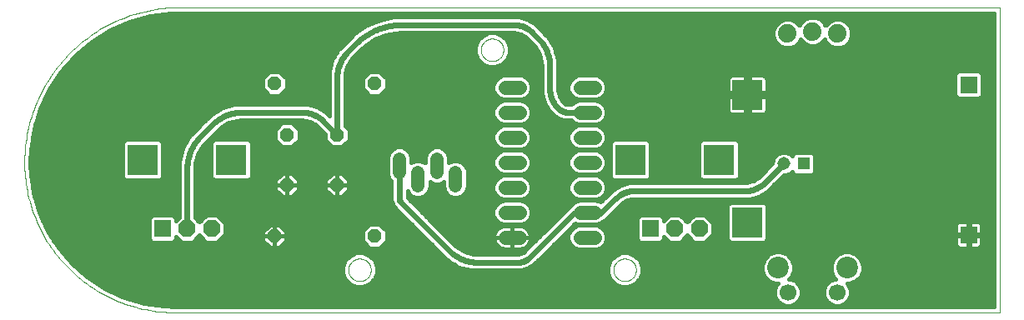
<source format=gbl>
G75*
%MOIN*%
%OFA0B0*%
%FSLAX25Y25*%
%IPPOS*%
%LPD*%
%AMOC8*
5,1,8,0,0,1.08239X$1,22.5*
%
%ADD10C,0.00000*%
%ADD11R,0.12000X0.12000*%
%ADD12OC8,0.05600*%
%ADD13R,0.05156X0.05156*%
%ADD14C,0.05156*%
%ADD15C,0.05600*%
%ADD16R,0.06900X0.06900*%
%ADD17R,0.06731X0.06731*%
%ADD18OC8,0.06731*%
%ADD19R,0.12268X0.12268*%
%ADD20C,0.05400*%
%ADD21C,0.08661*%
%ADD22C,0.06693*%
%ADD23C,0.07400*%
%ADD24C,0.01600*%
%ADD25C,0.02400*%
D10*
X0067008Y0011800D02*
X0396564Y0011800D01*
X0396564Y0133847D01*
X0069822Y0133847D01*
X0189300Y0116800D02*
X0189302Y0116934D01*
X0189308Y0117068D01*
X0189318Y0117201D01*
X0189332Y0117335D01*
X0189350Y0117468D01*
X0189372Y0117600D01*
X0189397Y0117731D01*
X0189427Y0117862D01*
X0189461Y0117992D01*
X0189498Y0118120D01*
X0189539Y0118248D01*
X0189584Y0118374D01*
X0189633Y0118499D01*
X0189685Y0118622D01*
X0189741Y0118744D01*
X0189801Y0118864D01*
X0189864Y0118982D01*
X0189931Y0119098D01*
X0190001Y0119212D01*
X0190075Y0119324D01*
X0190152Y0119434D01*
X0190232Y0119542D01*
X0190315Y0119647D01*
X0190401Y0119749D01*
X0190490Y0119849D01*
X0190583Y0119946D01*
X0190678Y0120041D01*
X0190776Y0120132D01*
X0190876Y0120221D01*
X0190979Y0120306D01*
X0191085Y0120389D01*
X0191193Y0120468D01*
X0191303Y0120544D01*
X0191416Y0120617D01*
X0191531Y0120686D01*
X0191647Y0120752D01*
X0191766Y0120814D01*
X0191886Y0120873D01*
X0192009Y0120928D01*
X0192132Y0120980D01*
X0192257Y0121027D01*
X0192384Y0121071D01*
X0192512Y0121112D01*
X0192641Y0121148D01*
X0192771Y0121181D01*
X0192902Y0121209D01*
X0193033Y0121234D01*
X0193166Y0121255D01*
X0193299Y0121272D01*
X0193432Y0121285D01*
X0193566Y0121294D01*
X0193700Y0121299D01*
X0193834Y0121300D01*
X0193967Y0121297D01*
X0194101Y0121290D01*
X0194235Y0121279D01*
X0194368Y0121264D01*
X0194501Y0121245D01*
X0194633Y0121222D01*
X0194764Y0121196D01*
X0194894Y0121165D01*
X0195024Y0121130D01*
X0195152Y0121092D01*
X0195279Y0121050D01*
X0195405Y0121004D01*
X0195530Y0120954D01*
X0195653Y0120901D01*
X0195774Y0120844D01*
X0195894Y0120783D01*
X0196011Y0120719D01*
X0196127Y0120652D01*
X0196241Y0120581D01*
X0196352Y0120506D01*
X0196461Y0120429D01*
X0196568Y0120348D01*
X0196673Y0120264D01*
X0196774Y0120177D01*
X0196874Y0120087D01*
X0196970Y0119994D01*
X0197064Y0119898D01*
X0197155Y0119799D01*
X0197242Y0119698D01*
X0197327Y0119594D01*
X0197409Y0119488D01*
X0197487Y0119380D01*
X0197562Y0119269D01*
X0197634Y0119156D01*
X0197703Y0119040D01*
X0197768Y0118923D01*
X0197829Y0118804D01*
X0197887Y0118683D01*
X0197941Y0118561D01*
X0197992Y0118437D01*
X0198039Y0118311D01*
X0198082Y0118184D01*
X0198121Y0118056D01*
X0198157Y0117927D01*
X0198188Y0117797D01*
X0198216Y0117666D01*
X0198240Y0117534D01*
X0198260Y0117401D01*
X0198276Y0117268D01*
X0198288Y0117135D01*
X0198296Y0117001D01*
X0198300Y0116867D01*
X0198300Y0116733D01*
X0198296Y0116599D01*
X0198288Y0116465D01*
X0198276Y0116332D01*
X0198260Y0116199D01*
X0198240Y0116066D01*
X0198216Y0115934D01*
X0198188Y0115803D01*
X0198157Y0115673D01*
X0198121Y0115544D01*
X0198082Y0115416D01*
X0198039Y0115289D01*
X0197992Y0115163D01*
X0197941Y0115039D01*
X0197887Y0114917D01*
X0197829Y0114796D01*
X0197768Y0114677D01*
X0197703Y0114560D01*
X0197634Y0114444D01*
X0197562Y0114331D01*
X0197487Y0114220D01*
X0197409Y0114112D01*
X0197327Y0114006D01*
X0197242Y0113902D01*
X0197155Y0113801D01*
X0197064Y0113702D01*
X0196970Y0113606D01*
X0196874Y0113513D01*
X0196774Y0113423D01*
X0196673Y0113336D01*
X0196568Y0113252D01*
X0196461Y0113171D01*
X0196352Y0113094D01*
X0196241Y0113019D01*
X0196127Y0112948D01*
X0196011Y0112881D01*
X0195894Y0112817D01*
X0195774Y0112756D01*
X0195653Y0112699D01*
X0195530Y0112646D01*
X0195405Y0112596D01*
X0195279Y0112550D01*
X0195152Y0112508D01*
X0195024Y0112470D01*
X0194894Y0112435D01*
X0194764Y0112404D01*
X0194633Y0112378D01*
X0194501Y0112355D01*
X0194368Y0112336D01*
X0194235Y0112321D01*
X0194101Y0112310D01*
X0193967Y0112303D01*
X0193834Y0112300D01*
X0193700Y0112301D01*
X0193566Y0112306D01*
X0193432Y0112315D01*
X0193299Y0112328D01*
X0193166Y0112345D01*
X0193033Y0112366D01*
X0192902Y0112391D01*
X0192771Y0112419D01*
X0192641Y0112452D01*
X0192512Y0112488D01*
X0192384Y0112529D01*
X0192257Y0112573D01*
X0192132Y0112620D01*
X0192009Y0112672D01*
X0191886Y0112727D01*
X0191766Y0112786D01*
X0191647Y0112848D01*
X0191531Y0112914D01*
X0191416Y0112983D01*
X0191303Y0113056D01*
X0191193Y0113132D01*
X0191085Y0113211D01*
X0190979Y0113294D01*
X0190876Y0113379D01*
X0190776Y0113468D01*
X0190678Y0113559D01*
X0190583Y0113654D01*
X0190490Y0113751D01*
X0190401Y0113851D01*
X0190315Y0113953D01*
X0190232Y0114058D01*
X0190152Y0114166D01*
X0190075Y0114276D01*
X0190001Y0114388D01*
X0189931Y0114502D01*
X0189864Y0114618D01*
X0189801Y0114736D01*
X0189741Y0114856D01*
X0189685Y0114978D01*
X0189633Y0115101D01*
X0189584Y0115226D01*
X0189539Y0115352D01*
X0189498Y0115480D01*
X0189461Y0115608D01*
X0189427Y0115738D01*
X0189397Y0115869D01*
X0189372Y0116000D01*
X0189350Y0116132D01*
X0189332Y0116265D01*
X0189318Y0116399D01*
X0189308Y0116532D01*
X0189302Y0116666D01*
X0189300Y0116800D01*
X0069822Y0133848D02*
X0068319Y0133849D01*
X0066816Y0133815D01*
X0065314Y0133744D01*
X0063815Y0133637D01*
X0062319Y0133494D01*
X0060827Y0133314D01*
X0059339Y0133099D01*
X0057857Y0132848D01*
X0056381Y0132561D01*
X0054913Y0132238D01*
X0053454Y0131880D01*
X0052003Y0131487D01*
X0050562Y0131059D01*
X0049132Y0130596D01*
X0047713Y0130099D01*
X0046307Y0129568D01*
X0044914Y0129003D01*
X0043536Y0128404D01*
X0042172Y0127772D01*
X0040823Y0127108D01*
X0039492Y0126411D01*
X0038177Y0125682D01*
X0036880Y0124921D01*
X0035603Y0124130D01*
X0034344Y0123308D01*
X0033106Y0122455D01*
X0031889Y0121573D01*
X0030694Y0120662D01*
X0029521Y0119722D01*
X0028371Y0118754D01*
X0027244Y0117759D01*
X0026142Y0116737D01*
X0025065Y0115688D01*
X0024014Y0114614D01*
X0022989Y0113514D01*
X0021991Y0112390D01*
X0021020Y0111243D01*
X0020078Y0110072D01*
X0019164Y0108878D01*
X0018279Y0107663D01*
X0017423Y0106427D01*
X0016598Y0105171D01*
X0015804Y0103895D01*
X0015040Y0102601D01*
X0014308Y0101288D01*
X0013608Y0099958D01*
X0012940Y0098611D01*
X0012305Y0097249D01*
X0011703Y0095871D01*
X0011134Y0094480D01*
X0010600Y0093075D01*
X0010099Y0091658D01*
X0009633Y0090229D01*
X0009201Y0088789D01*
X0008805Y0087339D01*
X0008443Y0085880D01*
X0008117Y0084413D01*
X0007826Y0082938D01*
X0007572Y0081457D01*
X0007353Y0079970D01*
X0007170Y0078478D01*
X0007023Y0076982D01*
X0006912Y0075483D01*
X0006838Y0073981D01*
X0006799Y0072479D01*
X0006800Y0072479D02*
X0006800Y0072008D01*
X0006818Y0070553D01*
X0006870Y0069099D01*
X0006958Y0067647D01*
X0007081Y0066197D01*
X0007239Y0064751D01*
X0007432Y0063309D01*
X0007659Y0061872D01*
X0007922Y0060440D01*
X0008218Y0059016D01*
X0008550Y0057599D01*
X0008915Y0056191D01*
X0009314Y0054792D01*
X0009747Y0053403D01*
X0010213Y0052024D01*
X0010713Y0050658D01*
X0011245Y0049304D01*
X0011810Y0047963D01*
X0012407Y0046636D01*
X0013036Y0045324D01*
X0013696Y0044028D01*
X0014388Y0042748D01*
X0015111Y0041485D01*
X0015863Y0040240D01*
X0016646Y0039013D01*
X0017458Y0037806D01*
X0018299Y0036619D01*
X0019168Y0035452D01*
X0020065Y0034307D01*
X0020990Y0033183D01*
X0021942Y0032083D01*
X0022920Y0031005D01*
X0023923Y0029952D01*
X0024952Y0028923D01*
X0026005Y0027920D01*
X0027083Y0026942D01*
X0028183Y0025990D01*
X0029307Y0025065D01*
X0030452Y0024168D01*
X0031619Y0023299D01*
X0032806Y0022458D01*
X0034013Y0021646D01*
X0035240Y0020863D01*
X0036485Y0020111D01*
X0037748Y0019388D01*
X0039028Y0018696D01*
X0040324Y0018036D01*
X0041636Y0017407D01*
X0042963Y0016810D01*
X0044304Y0016245D01*
X0045658Y0015713D01*
X0047024Y0015213D01*
X0048403Y0014747D01*
X0049792Y0014314D01*
X0051191Y0013915D01*
X0052599Y0013550D01*
X0054016Y0013218D01*
X0055440Y0012922D01*
X0056872Y0012659D01*
X0058309Y0012432D01*
X0059751Y0012239D01*
X0061197Y0012081D01*
X0062647Y0011958D01*
X0064099Y0011870D01*
X0065553Y0011818D01*
X0067008Y0011800D01*
X0136300Y0028800D02*
X0136302Y0028934D01*
X0136308Y0029068D01*
X0136318Y0029201D01*
X0136332Y0029335D01*
X0136350Y0029468D01*
X0136372Y0029600D01*
X0136397Y0029731D01*
X0136427Y0029862D01*
X0136461Y0029992D01*
X0136498Y0030120D01*
X0136539Y0030248D01*
X0136584Y0030374D01*
X0136633Y0030499D01*
X0136685Y0030622D01*
X0136741Y0030744D01*
X0136801Y0030864D01*
X0136864Y0030982D01*
X0136931Y0031098D01*
X0137001Y0031212D01*
X0137075Y0031324D01*
X0137152Y0031434D01*
X0137232Y0031542D01*
X0137315Y0031647D01*
X0137401Y0031749D01*
X0137490Y0031849D01*
X0137583Y0031946D01*
X0137678Y0032041D01*
X0137776Y0032132D01*
X0137876Y0032221D01*
X0137979Y0032306D01*
X0138085Y0032389D01*
X0138193Y0032468D01*
X0138303Y0032544D01*
X0138416Y0032617D01*
X0138531Y0032686D01*
X0138647Y0032752D01*
X0138766Y0032814D01*
X0138886Y0032873D01*
X0139009Y0032928D01*
X0139132Y0032980D01*
X0139257Y0033027D01*
X0139384Y0033071D01*
X0139512Y0033112D01*
X0139641Y0033148D01*
X0139771Y0033181D01*
X0139902Y0033209D01*
X0140033Y0033234D01*
X0140166Y0033255D01*
X0140299Y0033272D01*
X0140432Y0033285D01*
X0140566Y0033294D01*
X0140700Y0033299D01*
X0140834Y0033300D01*
X0140967Y0033297D01*
X0141101Y0033290D01*
X0141235Y0033279D01*
X0141368Y0033264D01*
X0141501Y0033245D01*
X0141633Y0033222D01*
X0141764Y0033196D01*
X0141894Y0033165D01*
X0142024Y0033130D01*
X0142152Y0033092D01*
X0142279Y0033050D01*
X0142405Y0033004D01*
X0142530Y0032954D01*
X0142653Y0032901D01*
X0142774Y0032844D01*
X0142894Y0032783D01*
X0143011Y0032719D01*
X0143127Y0032652D01*
X0143241Y0032581D01*
X0143352Y0032506D01*
X0143461Y0032429D01*
X0143568Y0032348D01*
X0143673Y0032264D01*
X0143774Y0032177D01*
X0143874Y0032087D01*
X0143970Y0031994D01*
X0144064Y0031898D01*
X0144155Y0031799D01*
X0144242Y0031698D01*
X0144327Y0031594D01*
X0144409Y0031488D01*
X0144487Y0031380D01*
X0144562Y0031269D01*
X0144634Y0031156D01*
X0144703Y0031040D01*
X0144768Y0030923D01*
X0144829Y0030804D01*
X0144887Y0030683D01*
X0144941Y0030561D01*
X0144992Y0030437D01*
X0145039Y0030311D01*
X0145082Y0030184D01*
X0145121Y0030056D01*
X0145157Y0029927D01*
X0145188Y0029797D01*
X0145216Y0029666D01*
X0145240Y0029534D01*
X0145260Y0029401D01*
X0145276Y0029268D01*
X0145288Y0029135D01*
X0145296Y0029001D01*
X0145300Y0028867D01*
X0145300Y0028733D01*
X0145296Y0028599D01*
X0145288Y0028465D01*
X0145276Y0028332D01*
X0145260Y0028199D01*
X0145240Y0028066D01*
X0145216Y0027934D01*
X0145188Y0027803D01*
X0145157Y0027673D01*
X0145121Y0027544D01*
X0145082Y0027416D01*
X0145039Y0027289D01*
X0144992Y0027163D01*
X0144941Y0027039D01*
X0144887Y0026917D01*
X0144829Y0026796D01*
X0144768Y0026677D01*
X0144703Y0026560D01*
X0144634Y0026444D01*
X0144562Y0026331D01*
X0144487Y0026220D01*
X0144409Y0026112D01*
X0144327Y0026006D01*
X0144242Y0025902D01*
X0144155Y0025801D01*
X0144064Y0025702D01*
X0143970Y0025606D01*
X0143874Y0025513D01*
X0143774Y0025423D01*
X0143673Y0025336D01*
X0143568Y0025252D01*
X0143461Y0025171D01*
X0143352Y0025094D01*
X0143241Y0025019D01*
X0143127Y0024948D01*
X0143011Y0024881D01*
X0142894Y0024817D01*
X0142774Y0024756D01*
X0142653Y0024699D01*
X0142530Y0024646D01*
X0142405Y0024596D01*
X0142279Y0024550D01*
X0142152Y0024508D01*
X0142024Y0024470D01*
X0141894Y0024435D01*
X0141764Y0024404D01*
X0141633Y0024378D01*
X0141501Y0024355D01*
X0141368Y0024336D01*
X0141235Y0024321D01*
X0141101Y0024310D01*
X0140967Y0024303D01*
X0140834Y0024300D01*
X0140700Y0024301D01*
X0140566Y0024306D01*
X0140432Y0024315D01*
X0140299Y0024328D01*
X0140166Y0024345D01*
X0140033Y0024366D01*
X0139902Y0024391D01*
X0139771Y0024419D01*
X0139641Y0024452D01*
X0139512Y0024488D01*
X0139384Y0024529D01*
X0139257Y0024573D01*
X0139132Y0024620D01*
X0139009Y0024672D01*
X0138886Y0024727D01*
X0138766Y0024786D01*
X0138647Y0024848D01*
X0138531Y0024914D01*
X0138416Y0024983D01*
X0138303Y0025056D01*
X0138193Y0025132D01*
X0138085Y0025211D01*
X0137979Y0025294D01*
X0137876Y0025379D01*
X0137776Y0025468D01*
X0137678Y0025559D01*
X0137583Y0025654D01*
X0137490Y0025751D01*
X0137401Y0025851D01*
X0137315Y0025953D01*
X0137232Y0026058D01*
X0137152Y0026166D01*
X0137075Y0026276D01*
X0137001Y0026388D01*
X0136931Y0026502D01*
X0136864Y0026618D01*
X0136801Y0026736D01*
X0136741Y0026856D01*
X0136685Y0026978D01*
X0136633Y0027101D01*
X0136584Y0027226D01*
X0136539Y0027352D01*
X0136498Y0027480D01*
X0136461Y0027608D01*
X0136427Y0027738D01*
X0136397Y0027869D01*
X0136372Y0028000D01*
X0136350Y0028132D01*
X0136332Y0028265D01*
X0136318Y0028399D01*
X0136308Y0028532D01*
X0136302Y0028666D01*
X0136300Y0028800D01*
X0242300Y0028800D02*
X0242302Y0028934D01*
X0242308Y0029068D01*
X0242318Y0029201D01*
X0242332Y0029335D01*
X0242350Y0029468D01*
X0242372Y0029600D01*
X0242397Y0029731D01*
X0242427Y0029862D01*
X0242461Y0029992D01*
X0242498Y0030120D01*
X0242539Y0030248D01*
X0242584Y0030374D01*
X0242633Y0030499D01*
X0242685Y0030622D01*
X0242741Y0030744D01*
X0242801Y0030864D01*
X0242864Y0030982D01*
X0242931Y0031098D01*
X0243001Y0031212D01*
X0243075Y0031324D01*
X0243152Y0031434D01*
X0243232Y0031542D01*
X0243315Y0031647D01*
X0243401Y0031749D01*
X0243490Y0031849D01*
X0243583Y0031946D01*
X0243678Y0032041D01*
X0243776Y0032132D01*
X0243876Y0032221D01*
X0243979Y0032306D01*
X0244085Y0032389D01*
X0244193Y0032468D01*
X0244303Y0032544D01*
X0244416Y0032617D01*
X0244531Y0032686D01*
X0244647Y0032752D01*
X0244766Y0032814D01*
X0244886Y0032873D01*
X0245009Y0032928D01*
X0245132Y0032980D01*
X0245257Y0033027D01*
X0245384Y0033071D01*
X0245512Y0033112D01*
X0245641Y0033148D01*
X0245771Y0033181D01*
X0245902Y0033209D01*
X0246033Y0033234D01*
X0246166Y0033255D01*
X0246299Y0033272D01*
X0246432Y0033285D01*
X0246566Y0033294D01*
X0246700Y0033299D01*
X0246834Y0033300D01*
X0246967Y0033297D01*
X0247101Y0033290D01*
X0247235Y0033279D01*
X0247368Y0033264D01*
X0247501Y0033245D01*
X0247633Y0033222D01*
X0247764Y0033196D01*
X0247894Y0033165D01*
X0248024Y0033130D01*
X0248152Y0033092D01*
X0248279Y0033050D01*
X0248405Y0033004D01*
X0248530Y0032954D01*
X0248653Y0032901D01*
X0248774Y0032844D01*
X0248894Y0032783D01*
X0249011Y0032719D01*
X0249127Y0032652D01*
X0249241Y0032581D01*
X0249352Y0032506D01*
X0249461Y0032429D01*
X0249568Y0032348D01*
X0249673Y0032264D01*
X0249774Y0032177D01*
X0249874Y0032087D01*
X0249970Y0031994D01*
X0250064Y0031898D01*
X0250155Y0031799D01*
X0250242Y0031698D01*
X0250327Y0031594D01*
X0250409Y0031488D01*
X0250487Y0031380D01*
X0250562Y0031269D01*
X0250634Y0031156D01*
X0250703Y0031040D01*
X0250768Y0030923D01*
X0250829Y0030804D01*
X0250887Y0030683D01*
X0250941Y0030561D01*
X0250992Y0030437D01*
X0251039Y0030311D01*
X0251082Y0030184D01*
X0251121Y0030056D01*
X0251157Y0029927D01*
X0251188Y0029797D01*
X0251216Y0029666D01*
X0251240Y0029534D01*
X0251260Y0029401D01*
X0251276Y0029268D01*
X0251288Y0029135D01*
X0251296Y0029001D01*
X0251300Y0028867D01*
X0251300Y0028733D01*
X0251296Y0028599D01*
X0251288Y0028465D01*
X0251276Y0028332D01*
X0251260Y0028199D01*
X0251240Y0028066D01*
X0251216Y0027934D01*
X0251188Y0027803D01*
X0251157Y0027673D01*
X0251121Y0027544D01*
X0251082Y0027416D01*
X0251039Y0027289D01*
X0250992Y0027163D01*
X0250941Y0027039D01*
X0250887Y0026917D01*
X0250829Y0026796D01*
X0250768Y0026677D01*
X0250703Y0026560D01*
X0250634Y0026444D01*
X0250562Y0026331D01*
X0250487Y0026220D01*
X0250409Y0026112D01*
X0250327Y0026006D01*
X0250242Y0025902D01*
X0250155Y0025801D01*
X0250064Y0025702D01*
X0249970Y0025606D01*
X0249874Y0025513D01*
X0249774Y0025423D01*
X0249673Y0025336D01*
X0249568Y0025252D01*
X0249461Y0025171D01*
X0249352Y0025094D01*
X0249241Y0025019D01*
X0249127Y0024948D01*
X0249011Y0024881D01*
X0248894Y0024817D01*
X0248774Y0024756D01*
X0248653Y0024699D01*
X0248530Y0024646D01*
X0248405Y0024596D01*
X0248279Y0024550D01*
X0248152Y0024508D01*
X0248024Y0024470D01*
X0247894Y0024435D01*
X0247764Y0024404D01*
X0247633Y0024378D01*
X0247501Y0024355D01*
X0247368Y0024336D01*
X0247235Y0024321D01*
X0247101Y0024310D01*
X0246967Y0024303D01*
X0246834Y0024300D01*
X0246700Y0024301D01*
X0246566Y0024306D01*
X0246432Y0024315D01*
X0246299Y0024328D01*
X0246166Y0024345D01*
X0246033Y0024366D01*
X0245902Y0024391D01*
X0245771Y0024419D01*
X0245641Y0024452D01*
X0245512Y0024488D01*
X0245384Y0024529D01*
X0245257Y0024573D01*
X0245132Y0024620D01*
X0245009Y0024672D01*
X0244886Y0024727D01*
X0244766Y0024786D01*
X0244647Y0024848D01*
X0244531Y0024914D01*
X0244416Y0024983D01*
X0244303Y0025056D01*
X0244193Y0025132D01*
X0244085Y0025211D01*
X0243979Y0025294D01*
X0243876Y0025379D01*
X0243776Y0025468D01*
X0243678Y0025559D01*
X0243583Y0025654D01*
X0243490Y0025751D01*
X0243401Y0025851D01*
X0243315Y0025953D01*
X0243232Y0026058D01*
X0243152Y0026166D01*
X0243075Y0026276D01*
X0243001Y0026388D01*
X0242931Y0026502D01*
X0242864Y0026618D01*
X0242801Y0026736D01*
X0242741Y0026856D01*
X0242685Y0026978D01*
X0242633Y0027101D01*
X0242584Y0027226D01*
X0242539Y0027352D01*
X0242498Y0027480D01*
X0242461Y0027608D01*
X0242427Y0027738D01*
X0242397Y0027869D01*
X0242372Y0028000D01*
X0242350Y0028132D01*
X0242332Y0028265D01*
X0242318Y0028399D01*
X0242308Y0028532D01*
X0242302Y0028666D01*
X0242300Y0028800D01*
D11*
X0295800Y0047800D03*
X0295800Y0098800D03*
D12*
X0146800Y0103300D03*
X0106800Y0103300D03*
X0111800Y0082800D03*
X0131800Y0082800D03*
X0131800Y0062800D03*
X0111800Y0062800D03*
X0106800Y0042300D03*
X0146800Y0042300D03*
D13*
X0318237Y0071300D03*
D14*
X0310363Y0071300D03*
D15*
X0234600Y0071800D02*
X0229000Y0071800D01*
X0204600Y0071800D02*
X0199000Y0071800D01*
X0199000Y0061800D02*
X0204600Y0061800D01*
X0229000Y0061800D02*
X0234600Y0061800D01*
X0234600Y0051800D02*
X0229000Y0051800D01*
X0204600Y0051800D02*
X0199000Y0051800D01*
X0199000Y0041800D02*
X0204600Y0041800D01*
X0229000Y0041800D02*
X0234600Y0041800D01*
X0234600Y0081800D02*
X0229000Y0081800D01*
X0204600Y0081800D02*
X0199000Y0081800D01*
X0199000Y0091800D02*
X0204600Y0091800D01*
X0229000Y0091800D02*
X0234600Y0091800D01*
X0234600Y0101800D02*
X0229000Y0101800D01*
X0204600Y0101800D02*
X0199000Y0101800D01*
D16*
X0384261Y0102824D03*
X0384261Y0042824D03*
D17*
X0256957Y0045265D03*
X0061957Y0045265D03*
D18*
X0071800Y0045265D03*
X0081643Y0045265D03*
X0266800Y0045265D03*
X0276643Y0045265D03*
D19*
X0284517Y0072824D03*
X0249083Y0072824D03*
X0089517Y0072824D03*
X0054083Y0072824D03*
D20*
X0156702Y0073224D02*
X0156702Y0067824D01*
X0164202Y0067824D02*
X0164202Y0062424D01*
X0179202Y0062424D02*
X0179202Y0067824D01*
X0171702Y0067824D02*
X0171702Y0073224D01*
D21*
X0308020Y0029643D03*
X0335580Y0029643D03*
D22*
X0331643Y0019800D03*
X0311957Y0019800D03*
D23*
X0311800Y0123406D03*
X0321800Y0124194D03*
X0331800Y0123406D03*
D24*
X0046771Y0017751D02*
X0039256Y0021183D01*
X0032305Y0025650D01*
X0026061Y0031061D01*
X0020650Y0037305D01*
X0016183Y0044256D01*
X0012751Y0051771D01*
X0010423Y0059699D01*
X0009248Y0067877D01*
X0009100Y0072008D01*
X0009100Y0072453D01*
X0009309Y0076719D01*
X0010638Y0085162D01*
X0013154Y0093329D01*
X0016808Y0101056D01*
X0021524Y0108183D01*
X0027206Y0114567D01*
X0033739Y0120078D01*
X0040989Y0124603D01*
X0048810Y0128049D01*
X0057041Y0130348D01*
X0065516Y0131452D01*
X0069782Y0131547D01*
X0069807Y0131547D01*
X0070744Y0131535D01*
X0070757Y0131547D01*
X0394264Y0131547D01*
X0394264Y0014100D01*
X0067008Y0014100D01*
X0062877Y0014248D01*
X0054699Y0015423D01*
X0046771Y0017751D01*
X0045801Y0018194D02*
X0306836Y0018194D01*
X0306611Y0018737D02*
X0307425Y0016771D01*
X0308929Y0015267D01*
X0310894Y0014454D01*
X0313021Y0014454D01*
X0314986Y0015267D01*
X0316490Y0016771D01*
X0317304Y0018737D01*
X0317304Y0020863D01*
X0316490Y0022829D01*
X0314986Y0024332D01*
X0313021Y0025146D01*
X0312477Y0025146D01*
X0313387Y0026056D01*
X0314351Y0028383D01*
X0314351Y0030902D01*
X0313387Y0033229D01*
X0311607Y0035009D01*
X0309280Y0035973D01*
X0306761Y0035973D01*
X0304434Y0035009D01*
X0302654Y0033229D01*
X0301690Y0030902D01*
X0301690Y0028383D01*
X0302654Y0026056D01*
X0304434Y0024276D01*
X0306761Y0023312D01*
X0307908Y0023312D01*
X0307425Y0022829D01*
X0306611Y0020863D01*
X0306611Y0018737D01*
X0306611Y0019793D02*
X0042301Y0019793D01*
X0038932Y0021391D02*
X0306830Y0021391D01*
X0307586Y0022990D02*
X0250542Y0022990D01*
X0250652Y0023035D02*
X0252565Y0024948D01*
X0253600Y0027447D01*
X0253600Y0030153D01*
X0252565Y0032652D01*
X0250652Y0034565D01*
X0248153Y0035600D01*
X0245447Y0035600D01*
X0242948Y0034565D01*
X0241035Y0032652D01*
X0240000Y0030153D01*
X0240000Y0027447D01*
X0241035Y0024948D01*
X0242948Y0023035D01*
X0245447Y0022000D01*
X0248153Y0022000D01*
X0250652Y0023035D01*
X0252205Y0024588D02*
X0304122Y0024588D01*
X0302600Y0026187D02*
X0253078Y0026187D01*
X0253600Y0027785D02*
X0301938Y0027785D01*
X0301690Y0029384D02*
X0253600Y0029384D01*
X0253256Y0030982D02*
X0301723Y0030982D01*
X0302385Y0032581D02*
X0252594Y0032581D01*
X0251037Y0034179D02*
X0303604Y0034179D01*
X0306289Y0035778D02*
X0215303Y0035778D01*
X0216902Y0037376D02*
X0227137Y0037376D01*
X0226281Y0037731D02*
X0228045Y0037000D01*
X0235555Y0037000D01*
X0237319Y0037731D01*
X0238669Y0039081D01*
X0239400Y0040845D01*
X0239400Y0042755D01*
X0238669Y0044519D01*
X0237319Y0045869D01*
X0235555Y0046600D01*
X0228045Y0046600D01*
X0226281Y0045869D01*
X0224931Y0044519D01*
X0224200Y0042755D01*
X0224200Y0040845D01*
X0224931Y0039081D01*
X0226281Y0037731D01*
X0225037Y0038975D02*
X0218500Y0038975D01*
X0220099Y0040573D02*
X0224313Y0040573D01*
X0224200Y0042172D02*
X0221697Y0042172D01*
X0223296Y0043770D02*
X0224621Y0043770D01*
X0224894Y0045369D02*
X0225781Y0045369D01*
X0226493Y0046967D02*
X0251592Y0046967D01*
X0251592Y0045369D02*
X0237819Y0045369D01*
X0238979Y0043770D02*
X0251592Y0043770D01*
X0251592Y0042172D02*
X0239400Y0042172D01*
X0239287Y0040573D02*
X0252090Y0040573D01*
X0251592Y0041071D02*
X0252764Y0039899D01*
X0261151Y0039899D01*
X0262323Y0041071D01*
X0262323Y0042154D01*
X0264578Y0039899D01*
X0269022Y0039899D01*
X0271721Y0042598D01*
X0274420Y0039899D01*
X0278865Y0039899D01*
X0282008Y0043042D01*
X0282008Y0047487D01*
X0278865Y0050630D01*
X0274420Y0050630D01*
X0271721Y0047931D01*
X0269022Y0050630D01*
X0264578Y0050630D01*
X0262323Y0048375D01*
X0262323Y0049458D01*
X0261151Y0050630D01*
X0252764Y0050630D01*
X0251592Y0049458D01*
X0251592Y0041071D01*
X0261825Y0040573D02*
X0263904Y0040573D01*
X0269696Y0040573D02*
X0273746Y0040573D01*
X0272148Y0042172D02*
X0271295Y0042172D01*
X0279539Y0040573D02*
X0288198Y0040573D01*
X0287800Y0040972D02*
X0288972Y0039800D01*
X0302628Y0039800D01*
X0303800Y0040972D01*
X0303800Y0054628D01*
X0302628Y0055800D01*
X0288972Y0055800D01*
X0287800Y0054628D01*
X0287800Y0040972D01*
X0287800Y0042172D02*
X0281137Y0042172D01*
X0282008Y0043770D02*
X0287800Y0043770D01*
X0287800Y0045369D02*
X0282008Y0045369D01*
X0282008Y0046967D02*
X0287800Y0046967D01*
X0287800Y0048566D02*
X0280929Y0048566D01*
X0279331Y0050164D02*
X0287800Y0050164D01*
X0287800Y0051763D02*
X0242088Y0051763D01*
X0240490Y0050164D02*
X0252298Y0050164D01*
X0251592Y0048566D02*
X0238720Y0048566D01*
X0239013Y0048687D02*
X0245007Y0054681D01*
X0245336Y0055010D01*
X0245457Y0055131D01*
X0246151Y0055741D01*
X0247748Y0056662D01*
X0249529Y0057140D01*
X0250451Y0057200D01*
X0296576Y0057200D01*
X0300368Y0058216D01*
X0303767Y0060178D01*
X0304704Y0061116D01*
X0304705Y0061116D01*
X0310311Y0066722D01*
X0311274Y0066722D01*
X0312956Y0067419D01*
X0313659Y0068122D01*
X0313659Y0067894D01*
X0314831Y0066722D01*
X0321643Y0066722D01*
X0322815Y0067894D01*
X0322815Y0074706D01*
X0321643Y0075878D01*
X0314831Y0075878D01*
X0313659Y0074706D01*
X0313659Y0074478D01*
X0312956Y0075181D01*
X0311274Y0075878D01*
X0309452Y0075878D01*
X0307770Y0075181D01*
X0306482Y0073893D01*
X0305785Y0072211D01*
X0305785Y0071248D01*
X0300629Y0066092D01*
X0299792Y0065358D01*
X0297869Y0064248D01*
X0295724Y0063673D01*
X0294614Y0063600D01*
X0248678Y0063600D01*
X0245255Y0062683D01*
X0245255Y0062683D01*
X0242185Y0060910D01*
X0242185Y0060910D01*
X0241382Y0060107D01*
X0240808Y0059533D01*
X0240481Y0059207D01*
X0237195Y0055921D01*
X0235555Y0056600D01*
X0228045Y0056600D01*
X0226281Y0055869D01*
X0224931Y0054519D01*
X0224799Y0054200D01*
X0224587Y0054113D01*
X0223687Y0053213D01*
X0223687Y0053213D01*
X0207058Y0036584D01*
X0206608Y0036134D01*
X0206228Y0035800D01*
X0205352Y0035295D01*
X0204376Y0035033D01*
X0203871Y0035000D01*
X0187918Y0035000D01*
X0186250Y0035109D01*
X0183028Y0035973D01*
X0180140Y0037640D01*
X0178883Y0038742D01*
X0159902Y0057724D01*
X0159902Y0060523D01*
X0160217Y0059761D01*
X0161539Y0058439D01*
X0163267Y0057724D01*
X0165136Y0057724D01*
X0166864Y0058439D01*
X0168186Y0059761D01*
X0168902Y0061489D01*
X0168902Y0063977D01*
X0169039Y0063839D01*
X0170767Y0063124D01*
X0172636Y0063124D01*
X0174364Y0063839D01*
X0174502Y0063977D01*
X0174502Y0061489D01*
X0175217Y0059761D01*
X0176539Y0058439D01*
X0178267Y0057724D01*
X0180136Y0057724D01*
X0181864Y0058439D01*
X0183186Y0059761D01*
X0183902Y0061489D01*
X0183902Y0068759D01*
X0183186Y0070486D01*
X0181864Y0071808D01*
X0180136Y0072524D01*
X0178267Y0072524D01*
X0176539Y0071808D01*
X0176402Y0071670D01*
X0176402Y0074159D01*
X0175686Y0075886D01*
X0174364Y0077208D01*
X0172636Y0077924D01*
X0170767Y0077924D01*
X0169039Y0077208D01*
X0167717Y0075886D01*
X0167002Y0074159D01*
X0167002Y0071670D01*
X0166864Y0071808D01*
X0165136Y0072524D01*
X0163267Y0072524D01*
X0161539Y0071808D01*
X0161402Y0071670D01*
X0161402Y0074159D01*
X0160686Y0075886D01*
X0159364Y0077208D01*
X0157636Y0077924D01*
X0155767Y0077924D01*
X0154039Y0077208D01*
X0152717Y0075886D01*
X0152002Y0074159D01*
X0152002Y0066889D01*
X0152717Y0065161D01*
X0153502Y0064377D01*
X0153502Y0056262D01*
X0153600Y0056024D01*
X0153600Y0055923D01*
X0154271Y0054304D01*
X0154271Y0054304D01*
X0154441Y0054134D01*
X0154891Y0053684D01*
X0155341Y0053234D01*
X0174808Y0033767D01*
X0176143Y0032431D01*
X0180516Y0029907D01*
X0185393Y0028600D01*
X0205223Y0028600D01*
X0207836Y0029300D01*
X0210178Y0030652D01*
X0210684Y0031158D01*
X0211118Y0031592D01*
X0211134Y0031608D01*
X0211584Y0032058D01*
X0211584Y0032058D01*
X0226971Y0047445D01*
X0228045Y0047000D01*
X0235555Y0047000D01*
X0237319Y0047731D01*
X0237788Y0048200D01*
X0237837Y0048200D01*
X0239013Y0048687D01*
X0243687Y0053361D02*
X0287800Y0053361D01*
X0288131Y0054960D02*
X0245285Y0054960D01*
X0247568Y0056558D02*
X0394264Y0056558D01*
X0394264Y0054960D02*
X0303469Y0054960D01*
X0303800Y0053361D02*
X0394264Y0053361D01*
X0394264Y0051763D02*
X0303800Y0051763D01*
X0303800Y0050164D02*
X0394264Y0050164D01*
X0394264Y0048566D02*
X0303800Y0048566D01*
X0303800Y0046967D02*
X0379133Y0046967D01*
X0379133Y0046968D02*
X0379011Y0046511D01*
X0379011Y0043149D01*
X0383936Y0043149D01*
X0383936Y0048074D01*
X0380574Y0048074D01*
X0380116Y0047951D01*
X0379705Y0047714D01*
X0379370Y0047379D01*
X0379133Y0046968D01*
X0379011Y0045369D02*
X0303800Y0045369D01*
X0303800Y0043770D02*
X0379011Y0043770D01*
X0379011Y0042499D02*
X0379011Y0039137D01*
X0379133Y0038679D01*
X0379370Y0038268D01*
X0379705Y0037933D01*
X0380116Y0037696D01*
X0380574Y0037574D01*
X0383936Y0037574D01*
X0383936Y0042499D01*
X0384586Y0042499D01*
X0384586Y0043149D01*
X0389511Y0043149D01*
X0389511Y0046511D01*
X0389388Y0046968D01*
X0389151Y0047379D01*
X0388816Y0047714D01*
X0388405Y0047951D01*
X0387948Y0048074D01*
X0384586Y0048074D01*
X0384586Y0043149D01*
X0383936Y0043149D01*
X0383936Y0042499D01*
X0379011Y0042499D01*
X0379011Y0042172D02*
X0303800Y0042172D01*
X0303402Y0040573D02*
X0379011Y0040573D01*
X0379054Y0038975D02*
X0238563Y0038975D01*
X0236463Y0037376D02*
X0394264Y0037376D01*
X0394264Y0035778D02*
X0337311Y0035778D01*
X0336839Y0035973D02*
X0334320Y0035973D01*
X0331993Y0035009D01*
X0330213Y0033229D01*
X0329249Y0030902D01*
X0329249Y0028383D01*
X0330213Y0026056D01*
X0331123Y0025146D01*
X0330579Y0025146D01*
X0328614Y0024332D01*
X0327110Y0022829D01*
X0326296Y0020863D01*
X0326296Y0018737D01*
X0327110Y0016771D01*
X0328614Y0015267D01*
X0330579Y0014454D01*
X0332706Y0014454D01*
X0334671Y0015267D01*
X0336175Y0016771D01*
X0336989Y0018737D01*
X0336989Y0020863D01*
X0336175Y0022829D01*
X0335692Y0023312D01*
X0336839Y0023312D01*
X0339166Y0024276D01*
X0340946Y0026056D01*
X0341910Y0028383D01*
X0341910Y0030902D01*
X0340946Y0033229D01*
X0339166Y0035009D01*
X0336839Y0035973D01*
X0333848Y0035778D02*
X0309752Y0035778D01*
X0312437Y0034179D02*
X0331163Y0034179D01*
X0329944Y0032581D02*
X0313656Y0032581D01*
X0314318Y0030982D02*
X0329282Y0030982D01*
X0329249Y0029384D02*
X0314351Y0029384D01*
X0314103Y0027785D02*
X0329497Y0027785D01*
X0330159Y0026187D02*
X0313441Y0026187D01*
X0314369Y0024588D02*
X0329231Y0024588D01*
X0327271Y0022990D02*
X0316329Y0022990D01*
X0317085Y0021391D02*
X0326515Y0021391D01*
X0326296Y0019793D02*
X0317304Y0019793D01*
X0317079Y0018194D02*
X0326521Y0018194D01*
X0327286Y0016596D02*
X0316314Y0016596D01*
X0314333Y0014997D02*
X0329267Y0014997D01*
X0334018Y0014997D02*
X0394264Y0014997D01*
X0394264Y0016596D02*
X0335999Y0016596D01*
X0336764Y0018194D02*
X0394264Y0018194D01*
X0394264Y0019793D02*
X0336989Y0019793D01*
X0336770Y0021391D02*
X0394264Y0021391D01*
X0394264Y0022990D02*
X0336014Y0022990D01*
X0339478Y0024588D02*
X0394264Y0024588D01*
X0394264Y0026187D02*
X0341000Y0026187D01*
X0341662Y0027785D02*
X0394264Y0027785D01*
X0394264Y0029384D02*
X0341910Y0029384D01*
X0341877Y0030982D02*
X0394264Y0030982D01*
X0394264Y0032581D02*
X0341215Y0032581D01*
X0339996Y0034179D02*
X0394264Y0034179D01*
X0389151Y0038268D02*
X0389388Y0038679D01*
X0389511Y0039137D01*
X0389511Y0042499D01*
X0384586Y0042499D01*
X0384586Y0037574D01*
X0387948Y0037574D01*
X0388405Y0037696D01*
X0388816Y0037933D01*
X0389151Y0038268D01*
X0389467Y0038975D02*
X0394264Y0038975D01*
X0394264Y0040573D02*
X0389511Y0040573D01*
X0389511Y0042172D02*
X0394264Y0042172D01*
X0394264Y0043770D02*
X0389511Y0043770D01*
X0389511Y0045369D02*
X0394264Y0045369D01*
X0394264Y0046967D02*
X0389388Y0046967D01*
X0384586Y0046967D02*
X0383936Y0046967D01*
X0383936Y0045369D02*
X0384586Y0045369D01*
X0384586Y0043770D02*
X0383936Y0043770D01*
X0383936Y0042172D02*
X0384586Y0042172D01*
X0384586Y0040573D02*
X0383936Y0040573D01*
X0383936Y0038975D02*
X0384586Y0038975D01*
X0394264Y0058157D02*
X0300147Y0058157D01*
X0303034Y0059755D02*
X0394264Y0059755D01*
X0394264Y0061354D02*
X0304942Y0061354D01*
X0303767Y0060178D02*
X0303767Y0060178D01*
X0306541Y0062952D02*
X0394264Y0062952D01*
X0394264Y0064551D02*
X0308139Y0064551D01*
X0309738Y0066149D02*
X0394264Y0066149D01*
X0394264Y0067748D02*
X0322669Y0067748D01*
X0322815Y0069346D02*
X0394264Y0069346D01*
X0394264Y0070945D02*
X0322815Y0070945D01*
X0322815Y0072543D02*
X0394264Y0072543D01*
X0394264Y0074142D02*
X0322815Y0074142D01*
X0321781Y0075740D02*
X0394264Y0075740D01*
X0394264Y0077339D02*
X0292650Y0077339D01*
X0292650Y0078937D02*
X0394264Y0078937D01*
X0394264Y0080536D02*
X0291900Y0080536D01*
X0291479Y0080957D02*
X0277554Y0080957D01*
X0276383Y0079786D01*
X0276383Y0065861D01*
X0277554Y0064690D01*
X0291479Y0064690D01*
X0292650Y0065861D01*
X0292650Y0079786D01*
X0291479Y0080957D01*
X0292650Y0075740D02*
X0309120Y0075740D01*
X0311606Y0075740D02*
X0314693Y0075740D01*
X0306731Y0074142D02*
X0292650Y0074142D01*
X0292650Y0072543D02*
X0305923Y0072543D01*
X0305482Y0070945D02*
X0292650Y0070945D01*
X0292650Y0069346D02*
X0303884Y0069346D01*
X0302285Y0067748D02*
X0292650Y0067748D01*
X0292650Y0066149D02*
X0300687Y0066149D01*
X0298395Y0064551D02*
X0238637Y0064551D01*
X0238669Y0064519D02*
X0237319Y0065869D01*
X0235555Y0066600D01*
X0228045Y0066600D01*
X0226281Y0065869D01*
X0224931Y0064519D01*
X0224200Y0062755D01*
X0224200Y0060845D01*
X0224931Y0059081D01*
X0226281Y0057731D01*
X0228045Y0057000D01*
X0235555Y0057000D01*
X0237319Y0057731D01*
X0238669Y0059081D01*
X0239400Y0060845D01*
X0239400Y0062755D01*
X0238669Y0064519D01*
X0236643Y0066149D02*
X0240950Y0066149D01*
X0240950Y0065861D02*
X0242121Y0064690D01*
X0256046Y0064690D01*
X0257217Y0065861D01*
X0257217Y0079786D01*
X0256046Y0080957D01*
X0242121Y0080957D01*
X0240950Y0079786D01*
X0240950Y0065861D01*
X0237319Y0067731D02*
X0235555Y0067000D01*
X0228045Y0067000D01*
X0226281Y0067731D01*
X0224931Y0069081D01*
X0224200Y0070845D01*
X0224200Y0072755D01*
X0224931Y0074519D01*
X0226281Y0075869D01*
X0228045Y0076600D01*
X0235555Y0076600D01*
X0237319Y0075869D01*
X0238669Y0074519D01*
X0239400Y0072755D01*
X0239400Y0070845D01*
X0238669Y0069081D01*
X0237319Y0067731D01*
X0237336Y0067748D02*
X0240950Y0067748D01*
X0240950Y0069346D02*
X0238779Y0069346D01*
X0239400Y0070945D02*
X0240950Y0070945D01*
X0240950Y0072543D02*
X0239400Y0072543D01*
X0238825Y0074142D02*
X0240950Y0074142D01*
X0240950Y0075740D02*
X0237448Y0075740D01*
X0236373Y0077339D02*
X0240950Y0077339D01*
X0240950Y0078937D02*
X0238526Y0078937D01*
X0238669Y0079081D02*
X0239400Y0080845D01*
X0239400Y0082755D01*
X0238669Y0084519D01*
X0237319Y0085869D01*
X0235555Y0086600D01*
X0228045Y0086600D01*
X0226281Y0085869D01*
X0224931Y0084519D01*
X0224200Y0082755D01*
X0224200Y0080845D01*
X0224931Y0079081D01*
X0226281Y0077731D01*
X0228045Y0077000D01*
X0235555Y0077000D01*
X0237319Y0077731D01*
X0238669Y0079081D01*
X0239272Y0080536D02*
X0241700Y0080536D01*
X0239400Y0082134D02*
X0394264Y0082134D01*
X0394264Y0083733D02*
X0238995Y0083733D01*
X0237857Y0085332D02*
X0394264Y0085332D01*
X0394264Y0086930D02*
X0135000Y0086930D01*
X0135000Y0086388D02*
X0135000Y0105942D01*
X0135094Y0107370D01*
X0135833Y0110130D01*
X0137261Y0112603D01*
X0138205Y0113679D01*
X0141145Y0116620D01*
X0141518Y0116993D01*
X0141595Y0117070D01*
X0143217Y0118539D01*
X0146851Y0120967D01*
X0150888Y0122640D01*
X0155175Y0123493D01*
X0157360Y0123600D01*
X0202658Y0123600D01*
X0203545Y0123542D01*
X0205260Y0123082D01*
X0206797Y0122195D01*
X0207466Y0121608D01*
X0209456Y0119618D01*
X0209906Y0119168D01*
X0210994Y0117928D01*
X0212640Y0115077D01*
X0213492Y0111897D01*
X0213600Y0110251D01*
X0213600Y0099538D01*
X0214580Y0095880D01*
X0216473Y0092601D01*
X0217362Y0091713D01*
X0217362Y0091713D01*
X0217812Y0091263D01*
X0217857Y0091218D01*
X0218262Y0090813D01*
X0218658Y0090416D01*
X0220731Y0089220D01*
X0223043Y0088600D01*
X0225412Y0088600D01*
X0226281Y0087731D01*
X0228045Y0087000D01*
X0235555Y0087000D01*
X0237319Y0087731D01*
X0238669Y0089081D01*
X0239400Y0090845D01*
X0239400Y0092755D01*
X0238669Y0094519D01*
X0237319Y0095869D01*
X0235555Y0096600D01*
X0228045Y0096600D01*
X0226281Y0095869D01*
X0225412Y0095000D01*
X0224240Y0095000D01*
X0223889Y0095023D01*
X0223210Y0095205D01*
X0222602Y0095556D01*
X0222337Y0095788D01*
X0221649Y0096573D01*
X0220607Y0098377D01*
X0220068Y0100389D01*
X0220000Y0101431D01*
X0220000Y0110887D01*
X0220000Y0112754D01*
X0218704Y0117589D01*
X0216202Y0121924D01*
X0214882Y0123244D01*
X0214469Y0123657D01*
X0214432Y0123694D01*
X0213982Y0124144D01*
X0213982Y0124144D01*
X0211542Y0126584D01*
X0211542Y0126584D01*
X0210763Y0127363D01*
X0207753Y0129100D01*
X0207753Y0129100D01*
X0204396Y0130000D01*
X0154534Y0130000D01*
X0148990Y0128897D01*
X0143768Y0126734D01*
X0139068Y0123594D01*
X0137520Y0122045D01*
X0136990Y0121515D01*
X0136620Y0121145D01*
X0133229Y0117755D01*
X0132065Y0116590D01*
X0129782Y0112636D01*
X0128600Y0108225D01*
X0128600Y0090525D01*
X0128028Y0091097D01*
X0127095Y0092031D01*
X0123706Y0093987D01*
X0119926Y0095000D01*
X0090846Y0095000D01*
X0086011Y0093704D01*
X0081676Y0091202D01*
X0080356Y0089882D01*
X0079951Y0089476D01*
X0079906Y0089432D01*
X0079456Y0088982D01*
X0079456Y0088982D01*
X0074367Y0083893D01*
X0072841Y0082367D01*
X0070047Y0077526D01*
X0068600Y0072127D01*
X0068600Y0049652D01*
X0067323Y0048375D01*
X0067323Y0049458D01*
X0066151Y0050630D01*
X0057764Y0050630D01*
X0056592Y0049458D01*
X0056592Y0041071D01*
X0057764Y0039899D01*
X0066151Y0039899D01*
X0067323Y0041071D01*
X0067323Y0042154D01*
X0069578Y0039899D01*
X0074022Y0039899D01*
X0076721Y0042598D01*
X0079420Y0039899D01*
X0083865Y0039899D01*
X0087008Y0043042D01*
X0087008Y0047487D01*
X0083865Y0050630D01*
X0079420Y0050630D01*
X0076721Y0047931D01*
X0075000Y0049652D01*
X0075000Y0069333D01*
X0075127Y0071268D01*
X0076129Y0075007D01*
X0078064Y0078359D01*
X0079343Y0079817D01*
X0083982Y0084456D01*
X0084432Y0084906D01*
X0085672Y0085994D01*
X0088523Y0087640D01*
X0091703Y0088492D01*
X0093349Y0088600D01*
X0117969Y0088600D01*
X0119074Y0088528D01*
X0121208Y0087956D01*
X0123121Y0086851D01*
X0123953Y0086122D01*
X0127000Y0083075D01*
X0127000Y0080812D01*
X0129812Y0078000D01*
X0133788Y0078000D01*
X0136600Y0080812D01*
X0136600Y0084788D01*
X0135000Y0086388D01*
X0136057Y0085332D02*
X0195743Y0085332D01*
X0196281Y0085869D02*
X0194931Y0084519D01*
X0194200Y0082755D01*
X0194200Y0080845D01*
X0194931Y0079081D01*
X0196281Y0077731D01*
X0198045Y0077000D01*
X0205555Y0077000D01*
X0207319Y0077731D01*
X0208669Y0079081D01*
X0209400Y0080845D01*
X0209400Y0082755D01*
X0208669Y0084519D01*
X0207319Y0085869D01*
X0205555Y0086600D01*
X0198045Y0086600D01*
X0196281Y0085869D01*
X0196281Y0087731D02*
X0198045Y0087000D01*
X0205555Y0087000D01*
X0207319Y0087731D01*
X0208669Y0089081D01*
X0209400Y0090845D01*
X0209400Y0092755D01*
X0208669Y0094519D01*
X0207319Y0095869D01*
X0205555Y0096600D01*
X0198045Y0096600D01*
X0196281Y0095869D01*
X0194931Y0094519D01*
X0194200Y0092755D01*
X0194200Y0090845D01*
X0194931Y0089081D01*
X0196281Y0087731D01*
X0195483Y0088529D02*
X0135000Y0088529D01*
X0135000Y0090127D02*
X0194497Y0090127D01*
X0194200Y0091726D02*
X0135000Y0091726D01*
X0135000Y0093324D02*
X0194436Y0093324D01*
X0195334Y0094923D02*
X0135000Y0094923D01*
X0135000Y0096521D02*
X0197855Y0096521D01*
X0198045Y0097000D02*
X0205555Y0097000D01*
X0207319Y0097731D01*
X0208669Y0099081D01*
X0209400Y0100845D01*
X0209400Y0102755D01*
X0208669Y0104519D01*
X0207319Y0105869D01*
X0205555Y0106600D01*
X0198045Y0106600D01*
X0196281Y0105869D01*
X0194931Y0104519D01*
X0194200Y0102755D01*
X0194200Y0100845D01*
X0194931Y0099081D01*
X0196281Y0097731D01*
X0198045Y0097000D01*
X0195892Y0098120D02*
X0135000Y0098120D01*
X0135000Y0099718D02*
X0143594Y0099718D01*
X0144812Y0098500D02*
X0148788Y0098500D01*
X0151600Y0101312D01*
X0151600Y0105288D01*
X0148788Y0108100D01*
X0144812Y0108100D01*
X0142000Y0105288D01*
X0142000Y0101312D01*
X0144812Y0098500D01*
X0142000Y0101317D02*
X0135000Y0101317D01*
X0128600Y0101317D02*
X0111600Y0101317D01*
X0111600Y0101312D02*
X0108788Y0098500D01*
X0104812Y0098500D01*
X0102000Y0101312D01*
X0102000Y0105288D01*
X0104812Y0108100D01*
X0108788Y0108100D01*
X0111600Y0105288D01*
X0111600Y0101312D01*
X0110006Y0099718D02*
X0128600Y0099718D01*
X0128600Y0098120D02*
X0015420Y0098120D01*
X0016175Y0099718D02*
X0103594Y0099718D01*
X0102000Y0101317D02*
X0016980Y0101317D01*
X0018038Y0102915D02*
X0102000Y0102915D01*
X0102000Y0104514D02*
X0019096Y0104514D01*
X0020153Y0106112D02*
X0102824Y0106112D01*
X0104422Y0107711D02*
X0021211Y0107711D01*
X0022526Y0109309D02*
X0128890Y0109309D01*
X0128600Y0107711D02*
X0109178Y0107711D01*
X0110776Y0106112D02*
X0128600Y0106112D01*
X0128600Y0104514D02*
X0111600Y0104514D01*
X0111600Y0102915D02*
X0128600Y0102915D01*
X0135000Y0102915D02*
X0142000Y0102915D01*
X0142000Y0104514D02*
X0135000Y0104514D01*
X0135011Y0106112D02*
X0142824Y0106112D01*
X0144422Y0107711D02*
X0135185Y0107711D01*
X0135613Y0109309D02*
X0213600Y0109309D01*
X0213600Y0107711D02*
X0149178Y0107711D01*
X0150776Y0106112D02*
X0196868Y0106112D01*
X0194929Y0104514D02*
X0151600Y0104514D01*
X0151600Y0102915D02*
X0194266Y0102915D01*
X0194200Y0101317D02*
X0151600Y0101317D01*
X0150006Y0099718D02*
X0194667Y0099718D01*
X0205745Y0096521D02*
X0214408Y0096521D01*
X0214580Y0095880D02*
X0214580Y0095880D01*
X0215133Y0094923D02*
X0208266Y0094923D01*
X0209164Y0093324D02*
X0216056Y0093324D01*
X0216473Y0092601D02*
X0216473Y0092601D01*
X0217349Y0091726D02*
X0209400Y0091726D01*
X0209103Y0090127D02*
X0219159Y0090127D01*
X0218658Y0090416D02*
X0218658Y0090416D01*
X0218262Y0090813D02*
X0218262Y0090813D01*
X0220731Y0089220D02*
X0220731Y0089220D01*
X0225483Y0088529D02*
X0208117Y0088529D01*
X0207857Y0085332D02*
X0225743Y0085332D01*
X0224605Y0083733D02*
X0208995Y0083733D01*
X0209400Y0082134D02*
X0224200Y0082134D01*
X0224328Y0080536D02*
X0209272Y0080536D01*
X0208526Y0078937D02*
X0225074Y0078937D01*
X0227227Y0077339D02*
X0206373Y0077339D01*
X0205555Y0076600D02*
X0207319Y0075869D01*
X0208669Y0074519D01*
X0209400Y0072755D01*
X0209400Y0070845D01*
X0208669Y0069081D01*
X0207319Y0067731D01*
X0205555Y0067000D01*
X0198045Y0067000D01*
X0196281Y0067731D01*
X0194931Y0069081D01*
X0194200Y0070845D01*
X0194200Y0072755D01*
X0194931Y0074519D01*
X0196281Y0075869D01*
X0198045Y0076600D01*
X0205555Y0076600D01*
X0207448Y0075740D02*
X0226152Y0075740D01*
X0224775Y0074142D02*
X0208825Y0074142D01*
X0209400Y0072543D02*
X0224200Y0072543D01*
X0224200Y0070945D02*
X0209400Y0070945D01*
X0208779Y0069346D02*
X0224821Y0069346D01*
X0226264Y0067748D02*
X0207336Y0067748D01*
X0206643Y0066149D02*
X0226957Y0066149D01*
X0224963Y0064551D02*
X0208637Y0064551D01*
X0208669Y0064519D02*
X0207319Y0065869D01*
X0205555Y0066600D01*
X0198045Y0066600D01*
X0196281Y0065869D01*
X0194931Y0064519D01*
X0194200Y0062755D01*
X0194200Y0060845D01*
X0194931Y0059081D01*
X0196281Y0057731D01*
X0198045Y0057000D01*
X0205555Y0057000D01*
X0207319Y0057731D01*
X0208669Y0059081D01*
X0209400Y0060845D01*
X0209400Y0062755D01*
X0208669Y0064519D01*
X0209318Y0062952D02*
X0224282Y0062952D01*
X0224200Y0061354D02*
X0209400Y0061354D01*
X0208949Y0059755D02*
X0224651Y0059755D01*
X0225855Y0058157D02*
X0207745Y0058157D01*
X0207319Y0055869D02*
X0205555Y0056600D01*
X0198045Y0056600D01*
X0196281Y0055869D01*
X0194931Y0054519D01*
X0194200Y0052755D01*
X0194200Y0050845D01*
X0194931Y0049081D01*
X0196281Y0047731D01*
X0198045Y0047000D01*
X0205555Y0047000D01*
X0207319Y0047731D01*
X0208669Y0049081D01*
X0209400Y0050845D01*
X0209400Y0052755D01*
X0208669Y0054519D01*
X0207319Y0055869D01*
X0208228Y0054960D02*
X0225372Y0054960D01*
X0223836Y0053361D02*
X0209149Y0053361D01*
X0209400Y0051763D02*
X0222237Y0051763D01*
X0220639Y0050164D02*
X0209118Y0050164D01*
X0208154Y0048566D02*
X0219040Y0048566D01*
X0217442Y0046967D02*
X0170658Y0046967D01*
X0172257Y0045369D02*
X0196086Y0045369D01*
X0196003Y0045309D02*
X0195491Y0044797D01*
X0195066Y0044211D01*
X0194737Y0043566D01*
X0194513Y0042877D01*
X0194400Y0042162D01*
X0194400Y0041800D01*
X0201800Y0041800D01*
X0201800Y0041800D01*
X0201800Y0046400D01*
X0204962Y0046400D01*
X0205677Y0046287D01*
X0206366Y0046063D01*
X0207011Y0045734D01*
X0207597Y0045309D01*
X0208109Y0044797D01*
X0208534Y0044211D01*
X0208863Y0043566D01*
X0209087Y0042877D01*
X0209200Y0042162D01*
X0209200Y0041800D01*
X0201800Y0041800D01*
X0201800Y0041800D01*
X0201800Y0037200D01*
X0204962Y0037200D01*
X0205677Y0037313D01*
X0206366Y0037537D01*
X0207011Y0037866D01*
X0207597Y0038291D01*
X0208109Y0038803D01*
X0208534Y0039389D01*
X0208863Y0040034D01*
X0209087Y0040723D01*
X0209200Y0041438D01*
X0209200Y0041800D01*
X0201800Y0041800D01*
X0201800Y0041800D01*
X0201800Y0041800D01*
X0201800Y0046400D01*
X0198638Y0046400D01*
X0197923Y0046287D01*
X0197234Y0046063D01*
X0196589Y0045734D01*
X0196003Y0045309D01*
X0194841Y0043770D02*
X0173855Y0043770D01*
X0175454Y0042172D02*
X0194402Y0042172D01*
X0194400Y0041800D02*
X0194400Y0041438D01*
X0194513Y0040723D01*
X0194737Y0040034D01*
X0195066Y0039389D01*
X0195491Y0038803D01*
X0196003Y0038291D01*
X0196589Y0037866D01*
X0197234Y0037537D01*
X0197923Y0037313D01*
X0198638Y0037200D01*
X0201800Y0037200D01*
X0201800Y0041800D01*
X0194400Y0041800D01*
X0194562Y0040573D02*
X0177052Y0040573D01*
X0178651Y0038975D02*
X0195367Y0038975D01*
X0197729Y0037376D02*
X0180597Y0037376D01*
X0183756Y0035778D02*
X0206189Y0035778D01*
X0207058Y0036584D02*
X0207058Y0036584D01*
X0207851Y0037376D02*
X0205871Y0037376D01*
X0208233Y0038975D02*
X0209449Y0038975D01*
X0209038Y0040573D02*
X0211048Y0040573D01*
X0212646Y0042172D02*
X0209198Y0042172D01*
X0208759Y0043770D02*
X0214245Y0043770D01*
X0215843Y0045369D02*
X0207514Y0045369D01*
X0201800Y0045369D02*
X0201800Y0045369D01*
X0201800Y0043770D02*
X0201800Y0043770D01*
X0201800Y0042172D02*
X0201800Y0042172D01*
X0201800Y0040573D02*
X0201800Y0040573D01*
X0201800Y0038975D02*
X0201800Y0038975D01*
X0201800Y0037376D02*
X0201800Y0037376D01*
X0212106Y0032581D02*
X0241006Y0032581D01*
X0240344Y0030982D02*
X0210508Y0030982D01*
X0210684Y0031158D02*
X0210684Y0031158D01*
X0211134Y0031608D02*
X0211134Y0031608D01*
X0210178Y0030652D02*
X0210178Y0030652D01*
X0207980Y0029384D02*
X0240000Y0029384D01*
X0240000Y0027785D02*
X0147600Y0027785D01*
X0147600Y0027447D02*
X0146565Y0024948D01*
X0144652Y0023035D01*
X0142153Y0022000D01*
X0139447Y0022000D01*
X0136948Y0023035D01*
X0135035Y0024948D01*
X0134000Y0027447D01*
X0134000Y0030153D01*
X0135035Y0032652D01*
X0136948Y0034565D01*
X0139447Y0035600D01*
X0142153Y0035600D01*
X0144652Y0034565D01*
X0146565Y0032652D01*
X0147600Y0030153D01*
X0147600Y0027447D01*
X0147078Y0026187D02*
X0240522Y0026187D01*
X0241395Y0024588D02*
X0146205Y0024588D01*
X0144542Y0022990D02*
X0243058Y0022990D01*
X0242563Y0034179D02*
X0213705Y0034179D01*
X0207836Y0029300D02*
X0207836Y0029300D01*
X0182469Y0029384D02*
X0147600Y0029384D01*
X0147256Y0030982D02*
X0178653Y0030982D01*
X0180516Y0029907D02*
X0180516Y0029907D01*
X0176143Y0032431D02*
X0176143Y0032431D01*
X0175994Y0032581D02*
X0146594Y0032581D01*
X0145037Y0034179D02*
X0174395Y0034179D01*
X0174808Y0033767D02*
X0174808Y0033767D01*
X0172797Y0035778D02*
X0021974Y0035778D01*
X0020605Y0037376D02*
X0171198Y0037376D01*
X0169600Y0038975D02*
X0150263Y0038975D01*
X0151600Y0040312D02*
X0148788Y0037500D01*
X0144812Y0037500D01*
X0142000Y0040312D01*
X0142000Y0044288D01*
X0144812Y0047100D01*
X0148788Y0047100D01*
X0151600Y0044288D01*
X0151600Y0040312D01*
X0151600Y0040573D02*
X0168001Y0040573D01*
X0166403Y0042172D02*
X0151600Y0042172D01*
X0151600Y0043770D02*
X0164804Y0043770D01*
X0163206Y0045369D02*
X0150519Y0045369D01*
X0148921Y0046967D02*
X0161607Y0046967D01*
X0160009Y0048566D02*
X0085929Y0048566D01*
X0087008Y0046967D02*
X0144679Y0046967D01*
X0143081Y0045369D02*
X0110237Y0045369D01*
X0111400Y0044205D02*
X0108705Y0046900D01*
X0106800Y0046900D01*
X0106800Y0042300D01*
X0111400Y0042300D01*
X0111400Y0044205D01*
X0111400Y0043770D02*
X0142000Y0043770D01*
X0142000Y0042172D02*
X0111400Y0042172D01*
X0111400Y0042300D02*
X0106800Y0042300D01*
X0106800Y0042300D01*
X0106800Y0042300D01*
X0106800Y0037700D01*
X0108705Y0037700D01*
X0111400Y0040395D01*
X0111400Y0042300D01*
X0111400Y0040573D02*
X0142000Y0040573D01*
X0143337Y0038975D02*
X0109980Y0038975D01*
X0106800Y0038975D02*
X0106800Y0038975D01*
X0106800Y0037700D02*
X0104895Y0037700D01*
X0102200Y0040395D01*
X0102200Y0042300D01*
X0106800Y0042300D01*
X0106800Y0042300D01*
X0106800Y0042300D01*
X0106800Y0046900D01*
X0104895Y0046900D01*
X0102200Y0044205D01*
X0102200Y0042300D01*
X0106800Y0042300D01*
X0106800Y0037700D01*
X0103620Y0038975D02*
X0019577Y0038975D01*
X0018550Y0040573D02*
X0057090Y0040573D01*
X0056592Y0042172D02*
X0017523Y0042172D01*
X0016495Y0043770D02*
X0056592Y0043770D01*
X0056592Y0045369D02*
X0015675Y0045369D01*
X0014945Y0046967D02*
X0056592Y0046967D01*
X0056592Y0048566D02*
X0014215Y0048566D01*
X0013485Y0050164D02*
X0057298Y0050164D01*
X0066617Y0050164D02*
X0068600Y0050164D01*
X0068600Y0051763D02*
X0012755Y0051763D01*
X0012284Y0053361D02*
X0068600Y0053361D01*
X0068600Y0054960D02*
X0011815Y0054960D01*
X0011345Y0056558D02*
X0068600Y0056558D01*
X0068600Y0058157D02*
X0010876Y0058157D01*
X0010415Y0059755D02*
X0068600Y0059755D01*
X0068600Y0061354D02*
X0010185Y0061354D01*
X0009956Y0062952D02*
X0068600Y0062952D01*
X0075000Y0062952D02*
X0107200Y0062952D01*
X0107200Y0062800D02*
X0111800Y0062800D01*
X0111800Y0062800D01*
X0111800Y0067400D01*
X0113705Y0067400D01*
X0116400Y0064705D01*
X0116400Y0062800D01*
X0111800Y0062800D01*
X0111800Y0062800D01*
X0111800Y0062800D01*
X0111800Y0067400D01*
X0109895Y0067400D01*
X0107200Y0064705D01*
X0107200Y0062800D01*
X0107200Y0060895D01*
X0109895Y0058200D01*
X0111800Y0058200D01*
X0113705Y0058200D01*
X0116400Y0060895D01*
X0116400Y0062800D01*
X0111800Y0062800D01*
X0111800Y0058200D01*
X0111800Y0062800D01*
X0111800Y0062800D01*
X0107200Y0062800D01*
X0107200Y0061354D02*
X0075000Y0061354D01*
X0075000Y0059755D02*
X0108339Y0059755D01*
X0111800Y0059755D02*
X0111800Y0059755D01*
X0111800Y0061354D02*
X0111800Y0061354D01*
X0111800Y0062952D02*
X0111800Y0062952D01*
X0116400Y0062952D02*
X0127200Y0062952D01*
X0127200Y0062800D02*
X0131800Y0062800D01*
X0131800Y0062800D01*
X0131800Y0067400D01*
X0133705Y0067400D01*
X0136400Y0064705D01*
X0136400Y0062800D01*
X0131800Y0062800D01*
X0131800Y0062800D01*
X0131800Y0062800D01*
X0131800Y0067400D01*
X0129895Y0067400D01*
X0127200Y0064705D01*
X0127200Y0062800D01*
X0127200Y0060895D01*
X0129895Y0058200D01*
X0131800Y0058200D01*
X0133705Y0058200D01*
X0136400Y0060895D01*
X0136400Y0062800D01*
X0131800Y0062800D01*
X0131800Y0058200D01*
X0131800Y0062800D01*
X0131800Y0062800D01*
X0127200Y0062800D01*
X0127200Y0061354D02*
X0116400Y0061354D01*
X0115261Y0059755D02*
X0128339Y0059755D01*
X0131800Y0059755D02*
X0131800Y0059755D01*
X0131800Y0061354D02*
X0131800Y0061354D01*
X0131800Y0062952D02*
X0131800Y0062952D01*
X0136400Y0062952D02*
X0153502Y0062952D01*
X0153502Y0061354D02*
X0136400Y0061354D01*
X0135261Y0059755D02*
X0153502Y0059755D01*
X0153502Y0058157D02*
X0075000Y0058157D01*
X0075000Y0056558D02*
X0153502Y0056558D01*
X0153999Y0054960D02*
X0075000Y0054960D01*
X0075000Y0053361D02*
X0155213Y0053361D01*
X0155341Y0053234D02*
X0155341Y0053234D01*
X0156812Y0051763D02*
X0075000Y0051763D01*
X0075000Y0050164D02*
X0078954Y0050164D01*
X0077356Y0048566D02*
X0076087Y0048566D01*
X0084331Y0050164D02*
X0158410Y0050164D01*
X0164264Y0053361D02*
X0194451Y0053361D01*
X0194200Y0051763D02*
X0165863Y0051763D01*
X0167461Y0050164D02*
X0194482Y0050164D01*
X0195446Y0048566D02*
X0169060Y0048566D01*
X0162666Y0054960D02*
X0195372Y0054960D01*
X0197945Y0056558D02*
X0161067Y0056558D01*
X0162221Y0058157D02*
X0159902Y0058157D01*
X0159902Y0059755D02*
X0160223Y0059755D01*
X0166182Y0058157D02*
X0177221Y0058157D01*
X0175223Y0059755D02*
X0168180Y0059755D01*
X0168846Y0061354D02*
X0174557Y0061354D01*
X0174502Y0062952D02*
X0168902Y0062952D01*
X0181182Y0058157D02*
X0195855Y0058157D01*
X0194651Y0059755D02*
X0183180Y0059755D01*
X0183846Y0061354D02*
X0194200Y0061354D01*
X0194282Y0062952D02*
X0183902Y0062952D01*
X0183902Y0064551D02*
X0194963Y0064551D01*
X0196957Y0066149D02*
X0183902Y0066149D01*
X0183902Y0067748D02*
X0196264Y0067748D01*
X0194821Y0069346D02*
X0183658Y0069346D01*
X0182727Y0070945D02*
X0194200Y0070945D01*
X0194200Y0072543D02*
X0176402Y0072543D01*
X0176402Y0074142D02*
X0194775Y0074142D01*
X0196152Y0075740D02*
X0175746Y0075740D01*
X0174048Y0077339D02*
X0197227Y0077339D01*
X0195074Y0078937D02*
X0134726Y0078937D01*
X0136324Y0080536D02*
X0194328Y0080536D01*
X0194200Y0082134D02*
X0136600Y0082134D01*
X0136600Y0083733D02*
X0194605Y0083733D01*
X0169355Y0077339D02*
X0159048Y0077339D01*
X0160746Y0075740D02*
X0167657Y0075740D01*
X0167002Y0074142D02*
X0161402Y0074142D01*
X0161402Y0072543D02*
X0167002Y0072543D01*
X0154355Y0077339D02*
X0097650Y0077339D01*
X0097650Y0078937D02*
X0108874Y0078937D01*
X0109812Y0078000D02*
X0113788Y0078000D01*
X0116600Y0080812D01*
X0116600Y0084788D01*
X0113788Y0087600D01*
X0109812Y0087600D01*
X0107000Y0084788D01*
X0107000Y0080812D01*
X0109812Y0078000D01*
X0114726Y0078937D02*
X0128874Y0078937D01*
X0127276Y0080536D02*
X0116324Y0080536D01*
X0116600Y0082134D02*
X0127000Y0082134D01*
X0126341Y0083733D02*
X0116600Y0083733D01*
X0116057Y0085332D02*
X0124743Y0085332D01*
X0122985Y0086930D02*
X0114458Y0086930D01*
X0119060Y0088529D02*
X0092259Y0088529D01*
X0087293Y0086930D02*
X0109142Y0086930D01*
X0107543Y0085332D02*
X0084917Y0085332D01*
X0083982Y0084456D02*
X0083982Y0084456D01*
X0083258Y0083733D02*
X0107000Y0083733D01*
X0107000Y0082134D02*
X0081660Y0082134D01*
X0082554Y0080957D02*
X0081383Y0079786D01*
X0081383Y0065861D01*
X0082554Y0064690D01*
X0096479Y0064690D01*
X0097650Y0065861D01*
X0097650Y0079786D01*
X0096479Y0080957D01*
X0082554Y0080957D01*
X0082133Y0080536D02*
X0080061Y0080536D01*
X0081383Y0078937D02*
X0078571Y0078937D01*
X0077475Y0077339D02*
X0081383Y0077339D01*
X0081383Y0075740D02*
X0076552Y0075740D01*
X0075897Y0074142D02*
X0081383Y0074142D01*
X0081383Y0072543D02*
X0075469Y0072543D01*
X0075106Y0070945D02*
X0081383Y0070945D01*
X0081383Y0069346D02*
X0075001Y0069346D01*
X0075000Y0067748D02*
X0081383Y0067748D01*
X0081383Y0066149D02*
X0075000Y0066149D01*
X0075000Y0064551D02*
X0107200Y0064551D01*
X0108644Y0066149D02*
X0097650Y0066149D01*
X0097650Y0067748D02*
X0152002Y0067748D01*
X0152002Y0069346D02*
X0097650Y0069346D01*
X0097650Y0070945D02*
X0152002Y0070945D01*
X0152002Y0072543D02*
X0097650Y0072543D01*
X0097650Y0074142D02*
X0152002Y0074142D01*
X0152657Y0075740D02*
X0097650Y0075740D01*
X0096900Y0080536D02*
X0107276Y0080536D01*
X0080602Y0090127D02*
X0012168Y0090127D01*
X0012660Y0091726D02*
X0082584Y0091726D01*
X0081676Y0091202D02*
X0081676Y0091202D01*
X0080356Y0089882D02*
X0080356Y0089882D01*
X0079906Y0089432D02*
X0079906Y0089432D01*
X0079003Y0088529D02*
X0011675Y0088529D01*
X0011183Y0086930D02*
X0077405Y0086930D01*
X0075806Y0085332D02*
X0010690Y0085332D01*
X0010413Y0083733D02*
X0074208Y0083733D01*
X0074367Y0083893D02*
X0074367Y0083893D01*
X0072841Y0082367D02*
X0072841Y0082367D01*
X0072707Y0082134D02*
X0010161Y0082134D01*
X0009910Y0080536D02*
X0046700Y0080536D01*
X0047121Y0080957D02*
X0045950Y0079786D01*
X0045950Y0065861D01*
X0047121Y0064690D01*
X0061046Y0064690D01*
X0062217Y0065861D01*
X0062217Y0079786D01*
X0061046Y0080957D01*
X0047121Y0080957D01*
X0045950Y0078937D02*
X0009658Y0078937D01*
X0009407Y0077339D02*
X0045950Y0077339D01*
X0045950Y0075740D02*
X0009261Y0075740D01*
X0009183Y0074142D02*
X0045950Y0074142D01*
X0045950Y0072543D02*
X0009104Y0072543D01*
X0009138Y0070945D02*
X0045950Y0070945D01*
X0045950Y0069346D02*
X0009195Y0069346D01*
X0009266Y0067748D02*
X0045950Y0067748D01*
X0045950Y0066149D02*
X0009496Y0066149D01*
X0009726Y0064551D02*
X0068600Y0064551D01*
X0068600Y0066149D02*
X0062217Y0066149D01*
X0062217Y0067748D02*
X0068600Y0067748D01*
X0068600Y0069346D02*
X0062217Y0069346D01*
X0062217Y0070945D02*
X0068600Y0070945D01*
X0068711Y0072543D02*
X0062217Y0072543D01*
X0062217Y0074142D02*
X0069140Y0074142D01*
X0069568Y0075740D02*
X0062217Y0075740D01*
X0062217Y0077339D02*
X0069996Y0077339D01*
X0070861Y0078937D02*
X0062217Y0078937D01*
X0061467Y0080536D02*
X0071784Y0080536D01*
X0085352Y0093324D02*
X0013153Y0093324D01*
X0013908Y0094923D02*
X0090558Y0094923D01*
X0086011Y0093704D02*
X0086011Y0093704D01*
X0120215Y0094923D02*
X0128600Y0094923D01*
X0128600Y0096521D02*
X0014664Y0096521D01*
X0023948Y0110908D02*
X0129319Y0110908D01*
X0129747Y0112506D02*
X0025371Y0112506D01*
X0026794Y0114105D02*
X0130630Y0114105D01*
X0129782Y0112636D02*
X0129782Y0112636D01*
X0136282Y0110908D02*
X0190256Y0110908D01*
X0189948Y0111035D02*
X0192447Y0110000D01*
X0195153Y0110000D01*
X0197652Y0111035D01*
X0199565Y0112948D01*
X0200600Y0115447D01*
X0200600Y0118153D01*
X0199565Y0120652D01*
X0197652Y0122565D01*
X0195153Y0123600D01*
X0192447Y0123600D01*
X0189948Y0122565D01*
X0188035Y0120652D01*
X0187000Y0118153D01*
X0187000Y0115447D01*
X0188035Y0112948D01*
X0189948Y0111035D01*
X0188477Y0112506D02*
X0137205Y0112506D01*
X0138630Y0114105D02*
X0187556Y0114105D01*
X0187000Y0115703D02*
X0140229Y0115703D01*
X0141851Y0117302D02*
X0187000Y0117302D01*
X0187310Y0118900D02*
X0143757Y0118900D01*
X0146149Y0120499D02*
X0187972Y0120499D01*
X0189481Y0122097D02*
X0149578Y0122097D01*
X0141613Y0125294D02*
X0042559Y0125294D01*
X0039536Y0123696D02*
X0139221Y0123696D01*
X0139068Y0123594D02*
X0139068Y0123594D01*
X0137572Y0122097D02*
X0036975Y0122097D01*
X0034413Y0120499D02*
X0135973Y0120499D01*
X0134375Y0118900D02*
X0032342Y0118900D01*
X0030447Y0117302D02*
X0132776Y0117302D01*
X0133229Y0117755D02*
X0133229Y0117755D01*
X0132065Y0116590D02*
X0132065Y0116590D01*
X0131553Y0115703D02*
X0028552Y0115703D01*
X0046186Y0126893D02*
X0144151Y0126893D01*
X0143768Y0126734D02*
X0143768Y0126734D01*
X0148010Y0128491D02*
X0050393Y0128491D01*
X0056117Y0130090D02*
X0394264Y0130090D01*
X0394264Y0128491D02*
X0334418Y0128491D01*
X0335029Y0128239D02*
X0332934Y0129106D01*
X0330666Y0129106D01*
X0328571Y0128239D01*
X0326968Y0126635D01*
X0326963Y0126624D01*
X0326632Y0127422D01*
X0325029Y0129026D01*
X0322934Y0129894D01*
X0320666Y0129894D01*
X0318571Y0129026D01*
X0316968Y0127422D01*
X0316637Y0126624D01*
X0316632Y0126635D01*
X0315029Y0128239D01*
X0312934Y0129106D01*
X0310666Y0129106D01*
X0308571Y0128239D01*
X0306968Y0126635D01*
X0306100Y0124540D01*
X0306100Y0122272D01*
X0306968Y0120177D01*
X0308571Y0118574D01*
X0310666Y0117706D01*
X0312934Y0117706D01*
X0315029Y0118574D01*
X0316632Y0120177D01*
X0316963Y0120976D01*
X0316968Y0120965D01*
X0318571Y0119361D01*
X0320666Y0118494D01*
X0322934Y0118494D01*
X0325029Y0119361D01*
X0326632Y0120965D01*
X0326637Y0120976D01*
X0326968Y0120177D01*
X0328571Y0118574D01*
X0330666Y0117706D01*
X0332934Y0117706D01*
X0335029Y0118574D01*
X0336632Y0120177D01*
X0337500Y0122272D01*
X0337500Y0124540D01*
X0336632Y0126635D01*
X0335029Y0128239D01*
X0336374Y0126893D02*
X0394264Y0126893D01*
X0394264Y0125294D02*
X0337188Y0125294D01*
X0337500Y0123696D02*
X0394264Y0123696D01*
X0394264Y0122097D02*
X0337427Y0122097D01*
X0336765Y0120499D02*
X0394264Y0120499D01*
X0394264Y0118900D02*
X0335355Y0118900D01*
X0328245Y0118900D02*
X0323915Y0118900D01*
X0326166Y0120499D02*
X0326835Y0120499D01*
X0319685Y0118900D02*
X0315355Y0118900D01*
X0316765Y0120499D02*
X0317434Y0120499D01*
X0308245Y0118900D02*
X0217947Y0118900D01*
X0218704Y0117589D02*
X0218704Y0117589D01*
X0218781Y0117302D02*
X0394264Y0117302D01*
X0394264Y0115703D02*
X0219210Y0115703D01*
X0219638Y0114105D02*
X0394264Y0114105D01*
X0394264Y0112506D02*
X0220000Y0112506D01*
X0220000Y0112754D02*
X0220000Y0112754D01*
X0220000Y0110908D02*
X0394264Y0110908D01*
X0394264Y0109309D02*
X0220000Y0109309D01*
X0220000Y0107711D02*
X0379419Y0107711D01*
X0379982Y0108274D02*
X0378811Y0107102D01*
X0378811Y0098545D01*
X0379982Y0097374D01*
X0388539Y0097374D01*
X0389711Y0098545D01*
X0389711Y0107102D01*
X0388539Y0108274D01*
X0379982Y0108274D01*
X0378811Y0106112D02*
X0303033Y0106112D01*
X0302905Y0106240D02*
X0302495Y0106477D01*
X0302037Y0106600D01*
X0296600Y0106600D01*
X0296600Y0099600D01*
X0303600Y0099600D01*
X0303600Y0105037D01*
X0303477Y0105495D01*
X0303240Y0105905D01*
X0302905Y0106240D01*
X0303600Y0104514D02*
X0378811Y0104514D01*
X0378811Y0102915D02*
X0303600Y0102915D01*
X0303600Y0101317D02*
X0378811Y0101317D01*
X0378811Y0099718D02*
X0303600Y0099718D01*
X0303600Y0098000D02*
X0296600Y0098000D01*
X0296600Y0099600D01*
X0295000Y0099600D01*
X0295000Y0106600D01*
X0289563Y0106600D01*
X0289105Y0106477D01*
X0288695Y0106240D01*
X0288360Y0105905D01*
X0288123Y0105495D01*
X0288000Y0105037D01*
X0288000Y0099600D01*
X0295000Y0099600D01*
X0295000Y0098000D01*
X0296600Y0098000D01*
X0296600Y0091000D01*
X0302037Y0091000D01*
X0302495Y0091123D01*
X0302905Y0091360D01*
X0303240Y0091695D01*
X0303477Y0092105D01*
X0303600Y0092563D01*
X0303600Y0098000D01*
X0303600Y0096521D02*
X0394264Y0096521D01*
X0394264Y0094923D02*
X0303600Y0094923D01*
X0303600Y0093324D02*
X0394264Y0093324D01*
X0394264Y0091726D02*
X0303258Y0091726D01*
X0296600Y0091726D02*
X0295000Y0091726D01*
X0295000Y0091000D02*
X0295000Y0098000D01*
X0288000Y0098000D01*
X0288000Y0092563D01*
X0288123Y0092105D01*
X0288360Y0091695D01*
X0288695Y0091360D01*
X0289105Y0091123D01*
X0289563Y0091000D01*
X0295000Y0091000D01*
X0295000Y0093324D02*
X0296600Y0093324D01*
X0296600Y0094923D02*
X0295000Y0094923D01*
X0295000Y0096521D02*
X0296600Y0096521D01*
X0296600Y0098120D02*
X0379236Y0098120D01*
X0389285Y0098120D02*
X0394264Y0098120D01*
X0394264Y0099718D02*
X0389711Y0099718D01*
X0389711Y0101317D02*
X0394264Y0101317D01*
X0394264Y0102915D02*
X0389711Y0102915D01*
X0389711Y0104514D02*
X0394264Y0104514D01*
X0394264Y0106112D02*
X0389711Y0106112D01*
X0389102Y0107711D02*
X0394264Y0107711D01*
X0394264Y0090127D02*
X0239103Y0090127D01*
X0239400Y0091726D02*
X0288342Y0091726D01*
X0288000Y0093324D02*
X0239164Y0093324D01*
X0238266Y0094923D02*
X0288000Y0094923D01*
X0288000Y0096521D02*
X0235745Y0096521D01*
X0235555Y0097000D02*
X0237319Y0097731D01*
X0238669Y0099081D01*
X0239400Y0100845D01*
X0239400Y0102755D01*
X0238669Y0104519D01*
X0237319Y0105869D01*
X0235555Y0106600D01*
X0228045Y0106600D01*
X0226281Y0105869D01*
X0224931Y0104519D01*
X0224200Y0102755D01*
X0224200Y0100845D01*
X0224931Y0099081D01*
X0226281Y0097731D01*
X0228045Y0097000D01*
X0235555Y0097000D01*
X0237708Y0098120D02*
X0295000Y0098120D01*
X0295000Y0099718D02*
X0296600Y0099718D01*
X0296600Y0101317D02*
X0295000Y0101317D01*
X0288000Y0101317D02*
X0239400Y0101317D01*
X0238933Y0099718D02*
X0288000Y0099718D01*
X0288000Y0102915D02*
X0239334Y0102915D01*
X0238671Y0104514D02*
X0288000Y0104514D01*
X0288567Y0106112D02*
X0236732Y0106112D01*
X0226868Y0106112D02*
X0220000Y0106112D01*
X0220000Y0104514D02*
X0224929Y0104514D01*
X0224266Y0102915D02*
X0220000Y0102915D01*
X0213600Y0102915D02*
X0209334Y0102915D01*
X0208671Y0104514D02*
X0213600Y0104514D01*
X0213600Y0106112D02*
X0206732Y0106112D01*
X0213557Y0110908D02*
X0197344Y0110908D01*
X0199123Y0112506D02*
X0213329Y0112506D01*
X0212900Y0114105D02*
X0200044Y0114105D01*
X0200600Y0115703D02*
X0212278Y0115703D01*
X0211355Y0117302D02*
X0200600Y0117302D01*
X0200290Y0118900D02*
X0210141Y0118900D01*
X0209456Y0119618D02*
X0209456Y0119618D01*
X0208576Y0120499D02*
X0199628Y0120499D01*
X0198119Y0122097D02*
X0206909Y0122097D01*
X0212831Y0125294D02*
X0306412Y0125294D01*
X0306100Y0123696D02*
X0214430Y0123696D01*
X0214432Y0123694D02*
X0214432Y0123694D01*
X0214882Y0123244D02*
X0214882Y0123244D01*
X0216028Y0122097D02*
X0306173Y0122097D01*
X0306835Y0120499D02*
X0217024Y0120499D01*
X0216202Y0121924D02*
X0216202Y0121924D01*
X0211233Y0126893D02*
X0307225Y0126893D01*
X0309182Y0128491D02*
X0208808Y0128491D01*
X0210763Y0127363D02*
X0210763Y0127363D01*
X0148990Y0128897D02*
X0148990Y0128897D01*
X0209400Y0101317D02*
X0213600Y0101317D01*
X0213600Y0099718D02*
X0208933Y0099718D01*
X0207708Y0098120D02*
X0213980Y0098120D01*
X0220248Y0099718D02*
X0224667Y0099718D01*
X0224200Y0101317D02*
X0220007Y0101317D01*
X0220756Y0098120D02*
X0225892Y0098120D01*
X0227855Y0096521D02*
X0221695Y0096521D01*
X0222337Y0095788D02*
X0222337Y0095788D01*
X0238117Y0088529D02*
X0394264Y0088529D01*
X0313805Y0067748D02*
X0313285Y0067748D01*
X0276383Y0067748D02*
X0257217Y0067748D01*
X0257217Y0069346D02*
X0276383Y0069346D01*
X0276383Y0070945D02*
X0257217Y0070945D01*
X0257217Y0072543D02*
X0276383Y0072543D01*
X0276383Y0074142D02*
X0257217Y0074142D01*
X0257217Y0075740D02*
X0276383Y0075740D01*
X0276383Y0077339D02*
X0257217Y0077339D01*
X0257217Y0078937D02*
X0276383Y0078937D01*
X0277133Y0080536D02*
X0256467Y0080536D01*
X0257217Y0066149D02*
X0276383Y0066149D01*
X0246262Y0062952D02*
X0239318Y0062952D01*
X0239400Y0061354D02*
X0242953Y0061354D01*
X0241030Y0059755D02*
X0238949Y0059755D01*
X0239431Y0058157D02*
X0237745Y0058157D01*
X0237833Y0056558D02*
X0235655Y0056558D01*
X0227945Y0056558D02*
X0205655Y0056558D01*
X0153328Y0064551D02*
X0136400Y0064551D01*
X0134956Y0066149D02*
X0152308Y0066149D01*
X0131800Y0066149D02*
X0131800Y0066149D01*
X0131800Y0064551D02*
X0131800Y0064551D01*
X0128644Y0066149D02*
X0114956Y0066149D01*
X0116400Y0064551D02*
X0127200Y0064551D01*
X0111800Y0064551D02*
X0111800Y0064551D01*
X0111800Y0066149D02*
X0111800Y0066149D01*
X0067513Y0048566D02*
X0067323Y0048566D01*
X0076295Y0042172D02*
X0077148Y0042172D01*
X0078746Y0040573D02*
X0074696Y0040573D01*
X0068904Y0040573D02*
X0066825Y0040573D01*
X0084539Y0040573D02*
X0102200Y0040573D01*
X0102200Y0042172D02*
X0086137Y0042172D01*
X0087008Y0043770D02*
X0102200Y0043770D01*
X0103363Y0045369D02*
X0087008Y0045369D01*
X0106800Y0045369D02*
X0106800Y0045369D01*
X0106800Y0043770D02*
X0106800Y0043770D01*
X0106800Y0042172D02*
X0106800Y0042172D01*
X0106800Y0040573D02*
X0106800Y0040573D01*
X0134344Y0030982D02*
X0026152Y0030982D01*
X0024744Y0032581D02*
X0135006Y0032581D01*
X0136563Y0034179D02*
X0023359Y0034179D01*
X0027996Y0029384D02*
X0134000Y0029384D01*
X0134000Y0027785D02*
X0029841Y0027785D01*
X0031686Y0026187D02*
X0134522Y0026187D01*
X0135395Y0024588D02*
X0033958Y0024588D01*
X0036445Y0022990D02*
X0137058Y0022990D01*
X0057664Y0014997D02*
X0309582Y0014997D01*
X0307601Y0016596D02*
X0050707Y0016596D01*
X0261617Y0050164D02*
X0264112Y0050164D01*
X0262513Y0048566D02*
X0262323Y0048566D01*
X0269488Y0050164D02*
X0273954Y0050164D01*
X0272356Y0048566D02*
X0271087Y0048566D01*
X0128600Y0091726D02*
X0127400Y0091726D01*
X0127095Y0092031D02*
X0127095Y0092031D01*
X0128028Y0091097D02*
X0128028Y0091097D01*
X0128600Y0093324D02*
X0124854Y0093324D01*
X0123706Y0093987D02*
X0123706Y0093987D01*
X0295000Y0102915D02*
X0296600Y0102915D01*
X0296600Y0104514D02*
X0295000Y0104514D01*
X0295000Y0106112D02*
X0296600Y0106112D01*
X0316374Y0126893D02*
X0316748Y0126893D01*
X0318037Y0128491D02*
X0314418Y0128491D01*
X0325563Y0128491D02*
X0329182Y0128491D01*
X0327225Y0126893D02*
X0326852Y0126893D01*
D25*
X0220075Y0093526D02*
X0219883Y0093722D01*
X0219696Y0093923D01*
X0219514Y0094129D01*
X0219338Y0094338D01*
X0219166Y0094553D01*
X0219000Y0094771D01*
X0218839Y0094993D01*
X0218684Y0095220D01*
X0218535Y0095450D01*
X0218391Y0095683D01*
X0218252Y0095920D01*
X0218120Y0096161D01*
X0217994Y0096404D01*
X0217873Y0096651D01*
X0217759Y0096900D01*
X0217651Y0097153D01*
X0217549Y0097407D01*
X0217454Y0097665D01*
X0217364Y0097924D01*
X0217281Y0098186D01*
X0217205Y0098449D01*
X0217135Y0098714D01*
X0217072Y0098981D01*
X0217015Y0099250D01*
X0216965Y0099520D01*
X0216921Y0099791D01*
X0216884Y0100062D01*
X0216854Y0100335D01*
X0216830Y0100609D01*
X0216813Y0100882D01*
X0216803Y0101157D01*
X0216800Y0101431D01*
X0216800Y0110251D01*
X0216795Y0110639D01*
X0216781Y0111027D01*
X0216757Y0111414D01*
X0216724Y0111801D01*
X0216681Y0112186D01*
X0216629Y0112571D01*
X0216567Y0112954D01*
X0216496Y0113336D01*
X0216416Y0113715D01*
X0216326Y0114093D01*
X0216227Y0114468D01*
X0216119Y0114841D01*
X0216002Y0115211D01*
X0215876Y0115578D01*
X0215741Y0115941D01*
X0215596Y0116302D01*
X0215444Y0116658D01*
X0215282Y0117011D01*
X0215112Y0117360D01*
X0214933Y0117704D01*
X0214746Y0118044D01*
X0214551Y0118379D01*
X0214347Y0118710D01*
X0214135Y0119035D01*
X0213916Y0119355D01*
X0213689Y0119670D01*
X0213454Y0119978D01*
X0213211Y0120281D01*
X0212961Y0120578D01*
X0212704Y0120869D01*
X0212440Y0121153D01*
X0212169Y0121431D01*
X0209729Y0123871D01*
X0202658Y0126800D02*
X0157360Y0126800D01*
X0139333Y0119333D02*
X0135942Y0115942D01*
X0131800Y0105942D02*
X0131800Y0082800D01*
X0126216Y0088384D01*
X0117969Y0091800D02*
X0093349Y0091800D01*
X0082169Y0087169D02*
X0077080Y0082080D01*
X0082169Y0087169D02*
X0082447Y0087440D01*
X0082731Y0087704D01*
X0083022Y0087961D01*
X0083319Y0088211D01*
X0083622Y0088454D01*
X0083930Y0088689D01*
X0084245Y0088916D01*
X0084565Y0089135D01*
X0084890Y0089347D01*
X0085221Y0089551D01*
X0085556Y0089746D01*
X0085896Y0089933D01*
X0086240Y0090112D01*
X0086589Y0090282D01*
X0086942Y0090444D01*
X0087298Y0090596D01*
X0087659Y0090741D01*
X0088022Y0090876D01*
X0088389Y0091002D01*
X0088759Y0091119D01*
X0089132Y0091227D01*
X0089507Y0091326D01*
X0089885Y0091416D01*
X0090264Y0091496D01*
X0090646Y0091567D01*
X0091029Y0091629D01*
X0091414Y0091681D01*
X0091799Y0091724D01*
X0092186Y0091757D01*
X0092573Y0091781D01*
X0092961Y0091795D01*
X0093349Y0091800D01*
X0117969Y0091800D02*
X0118255Y0091796D01*
X0118541Y0091786D01*
X0118827Y0091768D01*
X0119112Y0091744D01*
X0119397Y0091712D01*
X0119680Y0091674D01*
X0119963Y0091628D01*
X0120244Y0091576D01*
X0120524Y0091517D01*
X0120803Y0091451D01*
X0121079Y0091378D01*
X0121354Y0091298D01*
X0121627Y0091211D01*
X0121898Y0091118D01*
X0122166Y0091019D01*
X0122432Y0090912D01*
X0122695Y0090800D01*
X0122955Y0090680D01*
X0123212Y0090555D01*
X0123466Y0090423D01*
X0123717Y0090285D01*
X0123964Y0090141D01*
X0124208Y0089991D01*
X0124448Y0089835D01*
X0124684Y0089673D01*
X0124916Y0089505D01*
X0125144Y0089332D01*
X0125367Y0089153D01*
X0125586Y0088969D01*
X0125801Y0088779D01*
X0126010Y0088584D01*
X0126215Y0088384D01*
X0139332Y0119333D02*
X0139780Y0119770D01*
X0140239Y0120196D01*
X0140707Y0120610D01*
X0141186Y0121013D01*
X0141675Y0121404D01*
X0142173Y0121783D01*
X0142680Y0122149D01*
X0143196Y0122503D01*
X0143720Y0122845D01*
X0144253Y0123173D01*
X0144794Y0123488D01*
X0145342Y0123790D01*
X0145897Y0124078D01*
X0146459Y0124352D01*
X0147028Y0124613D01*
X0147603Y0124859D01*
X0148184Y0125092D01*
X0148771Y0125310D01*
X0149363Y0125513D01*
X0149959Y0125702D01*
X0150560Y0125876D01*
X0151165Y0126036D01*
X0151774Y0126181D01*
X0152386Y0126310D01*
X0153001Y0126425D01*
X0153619Y0126524D01*
X0154239Y0126608D01*
X0154861Y0126677D01*
X0155484Y0126731D01*
X0156109Y0126769D01*
X0156734Y0126792D01*
X0157360Y0126800D01*
X0202658Y0126800D02*
X0202896Y0126797D01*
X0203134Y0126789D01*
X0203371Y0126775D01*
X0203609Y0126755D01*
X0203845Y0126729D01*
X0204081Y0126698D01*
X0204316Y0126662D01*
X0204551Y0126619D01*
X0204784Y0126571D01*
X0205016Y0126518D01*
X0205246Y0126459D01*
X0205475Y0126395D01*
X0205703Y0126325D01*
X0205929Y0126250D01*
X0206153Y0126169D01*
X0206375Y0126084D01*
X0206595Y0125993D01*
X0206812Y0125896D01*
X0207027Y0125795D01*
X0207240Y0125688D01*
X0207450Y0125577D01*
X0207658Y0125460D01*
X0207863Y0125339D01*
X0208064Y0125213D01*
X0208263Y0125081D01*
X0208459Y0124946D01*
X0208651Y0124805D01*
X0208840Y0124661D01*
X0209025Y0124511D01*
X0209207Y0124357D01*
X0209385Y0124200D01*
X0209559Y0124037D01*
X0209729Y0123871D01*
X0135942Y0115942D02*
X0135707Y0115701D01*
X0135478Y0115455D01*
X0135254Y0115203D01*
X0135037Y0114946D01*
X0134826Y0114684D01*
X0134621Y0114417D01*
X0134422Y0114145D01*
X0134230Y0113869D01*
X0134045Y0113588D01*
X0133866Y0113302D01*
X0133695Y0113013D01*
X0133530Y0112720D01*
X0133372Y0112422D01*
X0133221Y0112121D01*
X0133078Y0111817D01*
X0132942Y0111509D01*
X0132813Y0111198D01*
X0132692Y0110884D01*
X0132578Y0110567D01*
X0132472Y0110248D01*
X0132373Y0109926D01*
X0132282Y0109602D01*
X0132199Y0109276D01*
X0132123Y0108948D01*
X0132056Y0108618D01*
X0131996Y0108287D01*
X0131944Y0107955D01*
X0131900Y0107621D01*
X0131864Y0107286D01*
X0131836Y0106951D01*
X0131816Y0106615D01*
X0131804Y0106279D01*
X0131800Y0105942D01*
X0220074Y0093525D02*
X0220181Y0093421D01*
X0220291Y0093320D01*
X0220403Y0093221D01*
X0220517Y0093125D01*
X0220634Y0093033D01*
X0220753Y0092943D01*
X0220875Y0092856D01*
X0220998Y0092772D01*
X0221124Y0092692D01*
X0221252Y0092614D01*
X0221381Y0092540D01*
X0221512Y0092469D01*
X0221646Y0092402D01*
X0221780Y0092338D01*
X0221917Y0092277D01*
X0222055Y0092220D01*
X0222194Y0092167D01*
X0222335Y0092117D01*
X0222476Y0092070D01*
X0222619Y0092027D01*
X0222763Y0091988D01*
X0222908Y0091952D01*
X0223054Y0091921D01*
X0223201Y0091892D01*
X0223348Y0091868D01*
X0223496Y0091847D01*
X0223644Y0091830D01*
X0223793Y0091817D01*
X0223942Y0091808D01*
X0224091Y0091802D01*
X0224240Y0091800D01*
X0231800Y0091800D01*
X0294614Y0060400D02*
X0294901Y0060404D01*
X0295188Y0060414D01*
X0295475Y0060432D01*
X0295761Y0060456D01*
X0296047Y0060488D01*
X0296332Y0060527D01*
X0296615Y0060572D01*
X0296898Y0060625D01*
X0297179Y0060684D01*
X0297459Y0060751D01*
X0297736Y0060824D01*
X0298012Y0060904D01*
X0298286Y0060991D01*
X0298558Y0061084D01*
X0298827Y0061184D01*
X0299094Y0061291D01*
X0299358Y0061404D01*
X0299619Y0061524D01*
X0299878Y0061650D01*
X0300133Y0061782D01*
X0300384Y0061921D01*
X0300633Y0062066D01*
X0300877Y0062216D01*
X0301118Y0062373D01*
X0301355Y0062536D01*
X0301588Y0062704D01*
X0301817Y0062878D01*
X0302041Y0063057D01*
X0302261Y0063242D01*
X0302476Y0063433D01*
X0302686Y0063628D01*
X0302892Y0063829D01*
X0310363Y0071300D01*
X0294614Y0060400D02*
X0250451Y0060400D01*
X0243194Y0057394D02*
X0237200Y0051400D01*
X0231800Y0051400D01*
X0231800Y0051800D01*
X0231800Y0051400D02*
X0226400Y0051400D01*
X0208871Y0033871D01*
X0203871Y0031800D02*
X0187918Y0031800D01*
X0176621Y0036479D02*
X0157154Y0055946D01*
X0156800Y0056800D02*
X0156702Y0056898D01*
X0156702Y0067824D01*
X0156800Y0056800D02*
X0156802Y0056732D01*
X0156808Y0056665D01*
X0156817Y0056598D01*
X0156830Y0056531D01*
X0156847Y0056466D01*
X0156868Y0056401D01*
X0156892Y0056338D01*
X0156920Y0056276D01*
X0156951Y0056216D01*
X0156985Y0056158D01*
X0157023Y0056102D01*
X0157063Y0056047D01*
X0157107Y0055996D01*
X0157154Y0055947D01*
X0176621Y0036480D02*
X0176893Y0036214D01*
X0177171Y0035955D01*
X0177455Y0035702D01*
X0177746Y0035457D01*
X0178042Y0035218D01*
X0178343Y0034987D01*
X0178650Y0034763D01*
X0178963Y0034546D01*
X0179280Y0034336D01*
X0179602Y0034135D01*
X0179930Y0033941D01*
X0180261Y0033754D01*
X0180597Y0033576D01*
X0180937Y0033406D01*
X0181281Y0033244D01*
X0181629Y0033090D01*
X0181980Y0032944D01*
X0182335Y0032807D01*
X0182692Y0032679D01*
X0183053Y0032559D01*
X0183417Y0032447D01*
X0183783Y0032344D01*
X0184151Y0032250D01*
X0184522Y0032165D01*
X0184894Y0032089D01*
X0185269Y0032021D01*
X0185644Y0031963D01*
X0186021Y0031913D01*
X0186399Y0031872D01*
X0186778Y0031841D01*
X0187158Y0031818D01*
X0187538Y0031805D01*
X0187918Y0031800D01*
X0203871Y0031800D02*
X0204045Y0031802D01*
X0204218Y0031809D01*
X0204391Y0031819D01*
X0204564Y0031834D01*
X0204737Y0031853D01*
X0204909Y0031877D01*
X0205080Y0031904D01*
X0205250Y0031936D01*
X0205420Y0031972D01*
X0205589Y0032012D01*
X0205757Y0032056D01*
X0205924Y0032104D01*
X0206089Y0032157D01*
X0206253Y0032213D01*
X0206416Y0032274D01*
X0206577Y0032338D01*
X0206736Y0032407D01*
X0206894Y0032479D01*
X0207050Y0032555D01*
X0207204Y0032635D01*
X0207356Y0032719D01*
X0207506Y0032806D01*
X0207654Y0032897D01*
X0207799Y0032992D01*
X0207943Y0033090D01*
X0208083Y0033192D01*
X0208221Y0033297D01*
X0208357Y0033405D01*
X0208490Y0033517D01*
X0208620Y0033632D01*
X0208747Y0033750D01*
X0208871Y0033871D01*
X0243194Y0057394D02*
X0243374Y0057570D01*
X0243559Y0057741D01*
X0243747Y0057908D01*
X0243940Y0058070D01*
X0244137Y0058228D01*
X0244337Y0058380D01*
X0244541Y0058528D01*
X0244749Y0058670D01*
X0244960Y0058808D01*
X0245175Y0058940D01*
X0245392Y0059067D01*
X0245613Y0059188D01*
X0245837Y0059304D01*
X0246063Y0059415D01*
X0246292Y0059520D01*
X0246524Y0059619D01*
X0246757Y0059712D01*
X0246993Y0059800D01*
X0247232Y0059882D01*
X0247472Y0059958D01*
X0247714Y0060028D01*
X0247957Y0060092D01*
X0248202Y0060151D01*
X0248449Y0060203D01*
X0248696Y0060249D01*
X0248945Y0060289D01*
X0249195Y0060323D01*
X0249445Y0060351D01*
X0249696Y0060372D01*
X0249947Y0060388D01*
X0250199Y0060397D01*
X0250451Y0060400D01*
X0077080Y0082081D02*
X0076771Y0081764D01*
X0076470Y0081440D01*
X0076177Y0081108D01*
X0075892Y0080770D01*
X0075616Y0080424D01*
X0075348Y0080072D01*
X0075089Y0079714D01*
X0074838Y0079349D01*
X0074597Y0078978D01*
X0074365Y0078601D01*
X0074142Y0078219D01*
X0073929Y0077831D01*
X0073725Y0077439D01*
X0073531Y0077041D01*
X0073347Y0076639D01*
X0073172Y0076232D01*
X0073008Y0075821D01*
X0072854Y0075406D01*
X0072710Y0074988D01*
X0072576Y0074566D01*
X0072453Y0074141D01*
X0072340Y0073713D01*
X0072238Y0073283D01*
X0072146Y0072850D01*
X0072065Y0072415D01*
X0071995Y0071978D01*
X0071936Y0071540D01*
X0071887Y0071100D01*
X0071849Y0070659D01*
X0071822Y0070218D01*
X0071805Y0069775D01*
X0071800Y0069333D01*
X0071800Y0045265D01*
M02*

</source>
